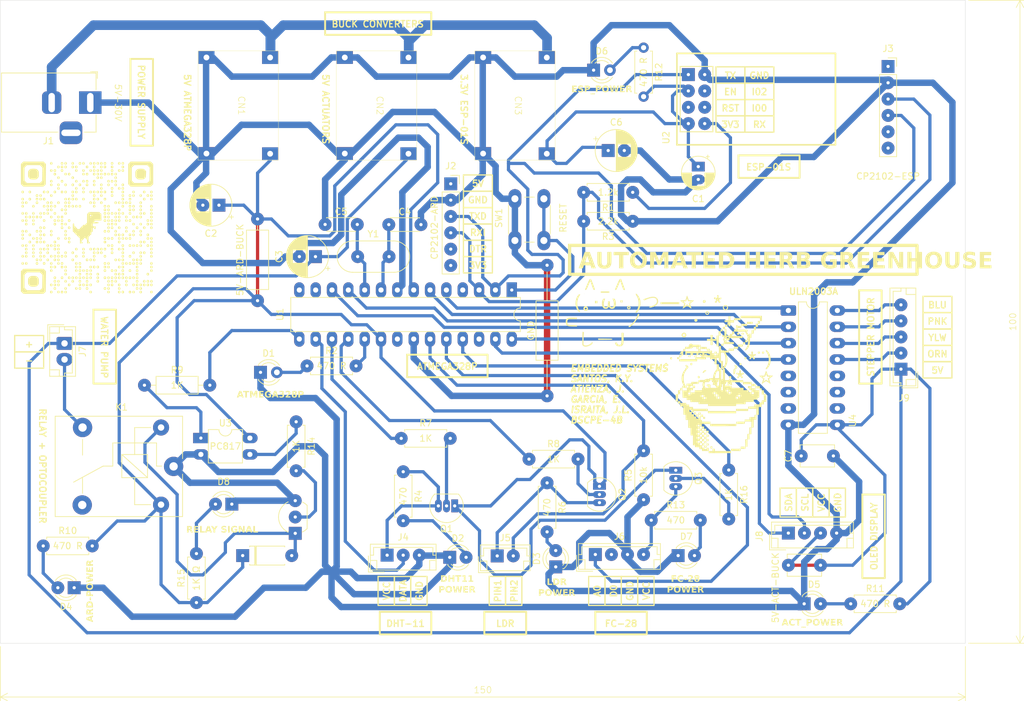
<source format=kicad_pcb>
(kicad_pcb (version 20241229) (generator "pcbnew") (generator_version "9.0")
  (layers (0 "F.Cu" signal) (2 "B.Cu" signal) (13 "F.Paste" user) (15 "B.Paste" user) (5 "F.SilkS" user "F.Silkscreen") (7 "B.SilkS" user "B.Silkscreen") (1 "F.Mask" user) (3 "B.Mask" user) (25 "Edge.Cuts" user))
  (net 0 "")
  (net 1 "5V-ACT-BUCK")
  (net 2 "GND")
  (net 3 "3V3-ESP01S-BUCK")
  (net 4 "Net-(D1-A)")
  (net 5 "Net-(D3-A)")
  (net 6 "Net-(CN1-VIN-)")
  (net 7 "5V-ARD-BUCK")
  (net 8 "Net-(Q1-B)")
  (net 9 "D13")
  (net 10 "D8")
  (net 11 "GPIO0")
  (net 12 "A5")
  (net 13 "D3")
  (net 14 "A1")
  (net 15 "D11")
  (net 16 "D5")
  (net 17 "D4")
  (net 18 "D10")
  (net 19 "A0")
  (net 20 "D2")
  (net 21 "D7")
  (net 22 "A4")
  (net 23 "D9")
  (net 24 "D6")
  (net 25 "A3")
  (net 26 "D12")
  (net 27 "A2")
  (net 28 "RX-ESP")
  (net 29 "GPIO2")
  (net 30 "Net-(D7-A)")
  (net 31 "ESP-RESET")
  (net 32 "RX-ARD")
  (net 33 "Net-(D8-A)")
  (net 34 "Net-(Q2-B)")
  (net 35 "Net-(Q3-B)")
  (net 36 "Net-(Q4-B)")
  (net 37 "RESET-ARD")
  (net 38 "Net-(U1-XTAL1{slash}PB6)")
  (net 39 "Net-(U1-XTAL2{slash}PB7)")
  (net 40 "Net-(D2-A)")
  (net 41 "Net-(U2-URXD)")
  (net 49 "Net-(J5-Pin_1)")
  (net 53 "Net-(D4-A)")
  (net 54 "Net-(D5-A)")
  (net 55 "Net-(D6-A)")
  (net 60 "Net-(J4-Pin_1)")
  (net 61 "Net-(J6-Pin_4)")
  (net 63 "Net-(J7-Pin_2)")
  (net 64 "Net-(J9-Pin_5)")
  (net 65 "Net-(J9-Pin_4)")
  (net 66 "Net-(J9-Pin_3)")
  (net 67 "Net-(J9-Pin_2)")
  (net 68 "Net-(R9-Pad1)")
  (net 69 "Net-(R14-Pad1)")
  (net 70 "Net-(D9-A)")
  (footprint "LED_THT:LED_D3.0mm" (layer "F.Cu") (at 162.65 60.27)
    (property "Reference" "D6")
    (property "Value" "ESP-01_POWER")
  )
  (footprint "Diode_THT:D_DO-41_SOD81_P7.62mm_Horizontal" (layer "F.Cu") (at 108.11 135.77)
    (property "Reference" "D9" (hide yes))
    (property "Value" "FLYBACK")
  )
  (footprint "Resistor_THT:R_Axial_DIN0309_L9.0mm_D3.2mm_P12.70mm_Horizontal" (layer "F.Cu") (at 110.42 96.12 90)
    (property "Reference" "5V-ARD-BUCK")
    (property "Value" "R")
  )
  (footprint "MountingHole:MountingHole_2.2mm_M2" (layer "F.Cu") (at 215.42 143.77)
    (property "Reference" "REF**" (hide yes))
    (property "Value" "M2")
  )
  (footprint "Graphics:SPARKLE" (layer "F.Cu") (at 174.42 101.77)
    (property "Reference" "G***" (hide yes))
    (property "Value" "LOGO" (hide yes))
  )
  (footprint "Mini_Buck_DCDC:Mini_Buck_DCDC" (layer "F.Cu") (at 128.92 65.77 -90)
    (property "Reference" "CN2")
    (property "Value" "5V-ACT")
  )
  (footprint "Capacitor_THT:C_Disc_D5.1mm_W3.2mm_P5.00mm" (layer "F.Cu") (at 197.92 137.27 180)
    (property "Reference" "5V-ACT-BUCK")
    (property "Value" "" (hide yes))
  )
  (footprint "Package_TO_SOT_THT:TO-92_Inline" (layer "F.Cu") (at 141.06 128.04 180)
    (property "Reference" "Q1")
    (property "Value" "S8550")
  )
  (footprint "Capacitor_THT:CP_Radial_D5.0mm_P2.00mm" (layer "F.Cu") (at 178.92 75.27 -90)
    (property "Reference" "C1")
    (property "Value" "100uF")
  )
  (footprint "Capacitor_THT:CP_Radial_D6.3mm_P2.50mm" (layer "F.Cu") (at 119.42 89.27 180)
    (property "Reference" "C3")
    (property "Value" "470uF 16V")
  )
  (footprint "Capacitor_THT:C_Disc_D5.1mm_W3.2mm_P5.00mm" (layer "F.Cu") (at 194.92 120.27)
    (property "Reference" "C7")
    (property "Value" "100nF")
  )
  (footprint "Resistor_THT:R_Axial_DIN0207_L6.3mm_D2.5mm_P7.62mm_Horizontal" (layer "F.Cu") (at 170.42 56.77 -90)
    (property "Reference" "R12")
    (property "Value" "470 R")
  )
  (footprint "Package_TO_SOT_THT:TO-92_Inline" (layer "F.Cu") (at 175.42 122.5 -90)
    (property "Reference" "Q3")
    (property "Value" "S8550")
  )
  (footprint "Mini_Buck_DCDC:Mini_Buck_DCDC" (layer "F.Cu") (at 150.42 65.77 -90)
    (property "Reference" "CN3")
    (property "Value" "3.3V")
  )
  (footprint "MountingHole:MountingHole_2.2mm_M2" (layer "F.Cu") (at 75.42 54.27)
    (property "Reference" "REF**" (hide yes))
    (property "Value" "M2")
  )
  (footprint "Connector_JST:JST_EH_B2B-EH-A_1x02_P2.50mm_Vertical" (layer "F.Cu") (at 147.67 135.82)
    (property "Reference" "J5")
    (property "Value" "LDR")
  )
  (footprint "ESP8266:ESP-01" (layer "F.Cu") (at 177.379 60.96)
    (property "Reference" "U2")
    (property "Value" "ESP-01v090" (hide yes))
  )
  (footprint "Resistor_THT:R_Axial_DIN0207_L6.3mm_D2.5mm_P7.62mm_Horizontal" (layer "F.Cu") (at 155.42 124.46 -90)
    (property "Reference" "R6")
    (property "Value" "470")
  )
  (footprint "Package_DIP:DIP-28_W7.62mm" (layer "F.Cu") (at 149.93 94.465 -90)
    (property "Reference" "U1")
    (property "Value" "ATmega328-P")
  )
  (footprint "Resistor_THT:R_Axial_DIN0207_L6.3mm_D2.5mm_P10.16mm_Horizontal" (layer "F.Cu") (at 92.84 109.27)
    (property "Reference" "R9")
    (property "Value" "1K")
  )
  (footprint "Resistor_THT:R_Axial_DIN0207_L6.3mm_D2.5mm_P7.62mm_Horizontal" (layer "F.Cu") (at 133.06 122.73 -90)
    (property "Reference" "R4")
    (property "Value" "470")
  )
  (footprint "LED_THT:LED_D3.0mm" (layer "F.Cu") (at 156.764523 137.525047 90)
    (property "Reference" "D3")
    (property "Value" "LDR POWER")
  )
  (footprint "Capacitor_THT:CP_Radial_D6.3mm_P2.50mm" (layer "F.Cu") (at 164.92 72.77)
    (property "Reference" "C6")
    (property "Value" "470uF 16V")
  )
  (footprint "Graphics:QR" (layer "F.Cu") (at 83.92 84.77)
    (property "Reference" "G***" (hide yes))
    (property "Value" "LOGO" (hide yes))
  )
  (footprint "Crystal:Crystal_HC49-4H_Vertical" (layer "F.Cu") (at 125.98 89.27)
    (property "Reference" "Y1")
    (property "Value" "16 MHz")
  )
  (footprint "LED_THT:LED_D3.0mm" (layer "F.Cu") (at 195.38 143.27)
    (property "Reference" "D5")
    (property "Value" "ACT_POWER")
  )
  (footprint "Resistor_THT:R_Axial_DIN0207_L6.3mm_D2.5mm_P7.62mm_Horizontal" (layer "F.Cu") (at 132.75 117.54)
    (property "Reference" "R7")
    (property "Value" "1K")
  )
  (footprint "Capacitor_THT:C_Disc_D4.3mm_W1.9mm_P5.00mm" (layer "F.Cu") (at 125.92 84.27 180)
    (property "Reference" "C5")
    (property "Value" "22pF")
  )
  (footprint "Resistor_THT:R_Axial_DIN0207_L6.3mm_D2.5mm_P7.62mm_Horizontal" (layer "F.Cu") (at 116.42 114.96 -90)
    (property "Reference" "R14")
    (property "Value" "1K")
  )
  (footprint "Resistor_THT:R_Axial_DIN0207_L6.3mm_D2.5mm_P7.62mm_Horizontal" (layer "F.Cu") (at 118.11 106.27)
    (property "Reference" "R2")
    (property "Value" "470 R")
  )
  (footprint "LED_THT:LED_D3.0mm" (layer "F.Cu") (at 140.29 136.04)
    (property "Reference" "D2")
    (property "Value" "DHT11 POWER")
  )
  (footprint "Button_Switch_THT:SW_PUSH_6mm" (layer "F.Cu") (at 154.92 80.27 -90)
    (property "Reference" "SW1")
    (property "Value" "RESET")
  )
  (footprint "Connector_JST:JST_EH_B4B-EH-A_1x04_P2.50mm_Vertical" (layer "F.Cu") (at 192.92 132.27)
    (property "Reference" "J8")
    (property "Value" "OLED DISPLAY")
  )
  (footprint "Resistor_THT:R_Axial_DIN0207_L6.3mm_D2.5mm_P7.62mm_Horizontal" (layer "F.Cu") (at 202.61 143.27)
    (property "Reference" "R11")
    (property "Value" "470 R")
  )
  (footprint "Connector_JST:JST_EH_B5B-EH-A_1x05_P2.50mm_Vertical" (layer "F.Cu") (at 210.42 106.77 90)
    (property "Reference" "J9")
    (property "Value" "STEPPER MOTOR" (hide yes))
  )
  (footprint "Relay_THT:Relay_SPDT_SANYOU_SRD_Series_Form_C" (layer "F.Cu") (at 97.37 121.898572 180)
    (property "Reference" "K1")
    (property "Value" "SANYOU_SRD_Form_C")
  )
  (footprint "MountingHole:MountingHole_2.2mm_M2" (layer "F.Cu") (at 75.42 143.77)
    (property "Reference" "REF**" (hide yes))
    (property "Value" "M2")
  )
  (footprint "Package_TO_SOT_THT:TO-92_Inline" (layer "F.Cu") (at 163.56 125 -90)
    (property "Reference" "Q2")
    (property "Value" "S8550")
  )
  (footprint "Connector_JST:JST_EH_B3B-EH-A_1x03_P2.50mm_Vertical" (layer "F.Cu") (at 130.56 135.71)
    (property "Reference" "J4")
    (property "Value" "DHT11")
  )
  (footprint "LED_THT:LED_D3.0mm" (layer "F.Cu") (at 110.88 107.27)
    (property "Reference" "D1")
    (property "Value" "ATMega328p")
  )
  (footprint "LED_THT:LED_D3.0mm" (layer "F.Cu") (at 106.42 127.77 180)
    (property "Reference" "D8")
    (property "Value" "RELAY_SIGNAL" (hide yes))
  )
  (footprint "MountingHole:MountingHole_2.2mm_M2" (layer "F.Cu") (at 215.42 54.27)
    (property "Reference" "REF**" (hide yes))
    (property "Value" "M2")
  )
  (footprint "Connector_JST:JST_EH_B2B-EH-A_1x02_P2.50mm_Vertical" (layer "F.Cu") (at 80.42 102.77 -90)
    (property "Reference" "J7")
    (property "Value" "5V WATER PUMP")
  )
  (footprint "LED_THT:LED_D3.0mm" (layer "F.Cu") (at 81.92 140.77 180)
    (property "Reference" "D4")
    (property "Value" "ARD_POWER" (hide yes))
  )
  (footprint "Resistor_THT:R_Axial_DIN0207_L6.3mm_D2.5mm_P7.62mm_Horizontal" (layer "F.Cu") (at 77.11 134.27)
    (property "Reference" "R10")
    (property "Value" "470 R")
  )
  (footprint "Package_DIP:DIP-16_W7.62mm_LongPads" (layer "F.Cu") (at 192.92 97.65)
    (property "Reference" "U4")
    (property "Value" "ULN2003A")
  )
  (footprint "Capacitor_THT:C_Disc_D4.3mm_W1.9mm_P5.00mm" (layer "F.Cu") (at 135.816866 84.290865 180)
    (property "Reference" "C4")
    (property "Value" "22pF")
  )
  (footprint "Resistor_THT:R_Axial_DIN0207_L6.3mm_D2.5mm_P7.62mm_Horizontal" (layer "F.Cu") (at 183.654249 122.46 -90)
    (property "Reference" "R16")
    (property "Value" "1K")
  )
  (footprint "Resistor_THT:R_Axial_DIN0207_L6.3mm_D2.5mm_P7.62mm_Horizontal" (layer "F.Cu") (at 168.73 79.27 180)
    (property "Reference" "R1")
    (property "Value" "1.2k")
  )
  (footprint "Capacitor_THT:CP_Radial_D6.3mm_P2.50mm" (layer "F.Cu") (at 104.42 81.27 180)
    (property "Reference" "C2")
    (property "Value" "470uF 16V")
  )
  (footprint "Resistor_THT:R_Axial_DIN0207_L6.3mm_D2.5mm_P7.62mm_Horizontal" (layer "F.Cu") (at 168.73 83.77 180)
    (property "Reference" "R3")
    (property "Value" "2.2k")
  )
  (footprint "Package_TO_SOT_THT:TO-92_Inline_Wide" (layer "F.Cu") (at 116.28 132.31 90)
    (property "Reference" "Q4" (hide yes))
    (property "Value" "NPN" (hide yes))
  )
  (footprint "Resistor_THT:R_Axial_DIN0207_L6.3mm_D2.5mm_P7.62mm_Horizontal" (layer "F.Cu") (at 100.92 143.08 90)
    (property "Reference" "R15")
    (property "Value" "1K Ω")
  )
  (footprint "Package_DIP:DIP-4_W7.62mm" (layer "F.Cu") (at 101.61 117.495)
    (property "Reference" "U3")
    (property "Value" "PC817")
  )
  (footprint "Connector_BarrelJack:BarrelJack_Horizontal" (layer "F.Cu") (at 84.42 65.3125)
    (property "Reference" "J1")
    (property "Value" "Barrel_Jack")
  )
  (footprint "Mini_Buck_DCDC:Mini_Buck_DCDC" (layer "F.Cu") (at 107.42 65.77 -90)
    (property "Reference" "CN1")
    (property "Value" "5V-ARD")
  )
  (footprint "Resistor_THT:R_Axial_DIN0207_L6.3mm_D2.5mm_P7.62mm_Horizontal" (layer "F.Cu") (at 170.42 127.08 90)
    (property "Reference" "R5")
    (property "Value" "10k")
  )
  (footprint "Connector_PinSocket_2.54mm:PinSocket_1x06_P2.54mm_Vertical" (layer "F.Cu") (at 140.445 77.945)
    (property "Reference" "J2")
    (property "Value" "CP2102-ARD")
  )
  (footprint "Connector_JST:JST_EH_B4B-EH-A_1x04_P2.50mm_Vertical" (layer "F.Cu") (at 162.92 135.6)
    (property "Reference" "J6")
    (property "Value" "FC-28")
  )
  (footprint "LED_THT:LED_D3.0mm" (layer "F.Cu") (at 175.79 135.77)
    (property "Reference" "D7")
    (property "Value" "FC-28 POWER")
  )
  (footprint "Resistor_THT:R_Axial_DIN0309_L9.0mm_D3.2mm_P20.32mm_Horizontal" (layer "F.Cu") (at 155.42 110.93 90)
    (property "Reference" "GND")
    (property "Value" "R")
  )
  (footprint "Resistor_THT:R_Axial_DIN0207_L6.3mm_D2.5mm_P7.62mm_Horizontal" (layer "F.Cu") (at 171.61 130.27)
    (property "Reference" "R13")
    (property "Value" "470")
  )
  (footprint "Graphics:plant2" (layer "F.Cu") (at 181.92 109.27)
    (property "Reference" "G***")
    (property "Value" "LOGO" (hide yes))
  )
  (footprint "Resistor_THT:R_Axial_DIN0207_L6.3mm_D2.5mm_P7.62mm_Horizontal" (layer "F.Cu") (at 152.61 120.77)
    (property "Reference" "R8")
    (property "Value" "1K")
  )
  (footprint "Connector_PinSocket_2.54mm:PinSocket_1x06_P2.54mm_Vertical" (layer "F.Cu") (at 208.42 59.69)
    (property "Reference" "J3")
    (property "Value" "CP2102-ESP")
  )
  (gr_rect (start 145.67 144.52) (end 152.17 148.02) (stroke (width 0.3)) (fill no) (layer "F.SilkS"))
  (gr_rect (start 213.844282 100.530378) (end 218.344282 103.070378) (stroke (width 0.2)) (fill no) (layer "F.SilkS"))
  (gr_rect (start 181.67 64.836) (end 186.17 67.376) (stroke (width 0.2)) (fill no) (layer "F.SilkS"))
  (gr_rect (start 213.844282 103.071449) (end 218.344282 105.611449) (stroke (width 0.2)) (fill no) (layer "F.SilkS"))
  (gr_rect (start 120.92 51.27) (end 137.42 54.77) (stroke (width 0.3)) (fill no) (layer "F.SilkS"))
  (gr_rect (start 142.42 89.27) (end 146.92 91.81) (stroke (width 0.2)) (fill no) (layer "F.SilkS"))
  (gr_rect (start 204.42 126.27) (end 207.92 139.27) (stroke (width 0.3)) (fill no) (layer "F.SilkS"))
  (gr_rect (start 133.67 104.52) (end 146.17 108.02) (stroke (width 0.3)) (fill no) (layer "F.SilkS"))
  (gr_rect (start 72.67 104.081071) (end 77.17 106.621071) (stroke (width 0.2)) (fill no) (layer "F.SilkS"))
  (gr_rect (start 161.88 139.02) (end 164.42 143.52) (stroke (width 0.2)) (fill no) (layer "F.SilkS"))
  (gr_rect (start 181.67 59.754929) (end 186.17 62.294929) (stroke (width 0.2)) (fill no) (layer "F.SilkS"))
  (gr_rect (start 142.421396 79.105964) (end 146.921396 81.645964) (stroke (width 0.2)) (fill no) (layer "F.SilkS"))
  (gr_rect (start 203.92 94.52) (end 207.42 109.02) (stroke (width 0.3)) (fill no) (layer "F.SilkS"))
  (gr_rect (start 186.170134 59.753615) (end 190.670134 62.293615) (stroke (width 0.2)) (fill no) (layer "F.SilkS"))
  (gr_rect (start 194.171802 125.271396) (end 196.711802 129.771396) (stroke (width 0.2)) (fill no) (layer "F.SilkS"))
  (gr_rect (start 158.92 87.52) (end 212.92 92.02) (stroke (width 0.5)) (fill no) (layer "F.SilkS"))
  (gr_rect (start 185.17 73.52) (end 194.67 77.02) (stroke (width 0.3)) (fill no) (layer "F.SilkS"))
  (gr_rect (start 142.42 81.647858) (end 146.92 84.187858) (stroke (width 0.2)) (fill no) (layer "F.SilkS"))
  (gr_rect (start 191.629908 125.27) (end 194.169908 129.77) (stroke (width 0.2)) (fill no) (layer "F.SilkS"))
  (gr_rect (start 196.712873 125.271396) (end 199.252873 129.771396) (stroke (width 0.2)) (fill no) (layer "F.SilkS"))
  (gr_rect (start 131.691071 139.02) (end 134.231071 143.52) (stroke (width 0.2)) (fill no) (layer "F.SilkS"))
  (gr_rect (start 186.170134 64.834686) (end 190.670134 67.374686) (stroke (width 0.2)) (fill no) (layer "F.SilkS"))
  (gr_rect (start 213.845678 95.447413) (end 218.345678 97.987413) (stroke (width 0.2)) (fill no) (layer "F.SilkS"))
  (gr_rect (start 129.15 139.02) (end 131.69 143.52) (stroke (width 0.2)) (fill no) (layer "F.SilkS"))
  (gr_rect (start 181.67 67.377071) (end 186.17 69.917071) (stroke (width 0.2)) (fill no) (layer "F.SilkS"))
  (gr_rect (start 186.170134 62.294686) (end 190.670134 64.834686) (stroke (width 0.2)) (fill no) (layer "F.SilkS"))
  (gr_rect (start 164.421894 139.02) (end 166.961894 143.52) (stroke (width 0.2)) (fill no) (layer "F.SilkS"))
  (gr_rect (start 84.92 97.52) (end 88.42 109.02) (stroke (width 0.3)) (fill no) (layer "F.SilkS"))
  (gr_rect (start 213.844282 105.611449) (end 218.344282 108.151449) (stroke (width 0.2)) (fill no) (layer "F.SilkS"))
  (gr_rect (start 146.42 139.02) (end 148.96 143.52) (stroke (width 0.2)) (fill no) (layer "F.SilkS"))
  (gr_rect (start 142.421396 76.564893) (end 146.921396 79.104893) (stroke (width 0.2)) (fill no) (layer "F.SilkS"))
  (gr_rect (start 134.231071 139.02) (end 136.771071 143.52) (stroke (width 0.2)) (fill no) (layer "F.SilkS"))
  (gr_rect (start 166.962965 139.02) (end 169.502965 143.52) (stroke (width 0.2)) (fill no) (layer "F.SilkS"))
  (gr_rect (start 162.92 144.52) (end 170.92 148.02) (stroke (width 0.3)) (fill no) (layer "F.SilkS"))
  (gr_rect (start 213.845678 97.988484) (end 218.345678 100.528484) (stroke (width 0.2)) (fill no) (layer "F.SilkS"))
  (gr_rect (start 199.252873 125.271396) (end 201.792873 129.771396) (stroke (width 0.2)) (fill no) (layer "F.SilkS"))
  (gr_rect (start 142.42 84.188929) (end 146.92 86.728929) (stroke (width 0.2)) (fill no) (layer "F.SilkS"))
  (gr_rect (start 186.170134 67.375757) (end 190.670134 69.915757) (stroke (width 0.2)) (fill no) (layer "F.SilkS"))
  (gr_rect (start 142.42 86.728929) (end 146.92 89.268929) (stroke (width 0.2)) (fill no) (layer "F.SilkS"))
  (gr_rect (start 90.67 58.52) (end 94.17 72.02) (stroke (width 0.3)) (fill no) (layer "F.SilkS"))
  (gr_rect (start 181.67 62.296) (end 186.17 64.836) (stroke (width 0.2)) (fill no) (layer "F.SilkS"))
  (gr_rect (start 129.42 144.52) (end 137.42 148.02) (stroke (width 0.3)) (fill no) (layer "F.SilkS"))
  (gr_rect (start 148.961894 139.02) (end 151.501894 143.52) (stroke (width 0.2)) (fill no) (layer "F.SilkS"))
  (gr_rect (start 72.67 101.541071) (end 77.17 104.081071) (stroke (width 0.2)) (fill no) (layer "F.SilkS"))
  (gr_rect (start 169.502965 139.02) (end 172.042965 143.52) (stroke (width 0.2)) (fill no) (layer "F.SilkS"))
  (gr_rect (start 70.439 49.406) (end 220.439 149.406) (stroke (width 0.05)) (fill no) (layer "Edge.Cuts"))
  (gr_text "GND" (at 136.165071 141.270001 90) (layer "F.SilkS") (effects (font (size 1 1) (thickness 0.2) (bold yes)) (justify bottom)))
  (gr_text "5V" (at 144.671396 78.498893 0) (layer "F.SilkS") (effects (font (size 1 1) (thickness 0.2) (bold yes)) (justify bottom)))
  (gr_text "VCC" (at 131.084 141.270001 90) (layer "F.SilkS") (effects (font (size 1 1) (thickness 0.2) (bold yes)) (justify bottom)))
  (gr_text "RELAY + OPTOCOUPLER" (at 76.42 112.77 270) (layer "F.SilkS") (effects (font (size 1 1) (thickness 0.2) (bold yes)) (justify left bottom)))
  (gr_text "5V ACTUATORS" (at 120.42 60.77 270) (layer "F.SilkS") (effects (font (size 1 1) (thickness 0.2) (bold yes)) (justify left bottom)))
  (gr_text "RELAY SIGNAL" (at 104.92 131.77 0) (layer "F.SilkS") (effects (font (size 1 1) (thickness 0.2) (bold yes) (italic yes))))
  (gr_text "-" (at 74.919999 106.015071 0) (layer "F.SilkS") (effects (font (size 1 1) (thickness 0.2) (bold yes)) (justify bottom)))
  (gr_text "ARD-POWER" (at 84.42 141.27 90) (layer "F.SilkS") (effects (font (size 1 1) (thickness 0.2) (bold yes) (italic yes))))
  (gr_text "PNK" (at 216.095678 99.922484 0) (layer "F.SilkS") (effects (font (size 1 1) (thickness 0.2) (bold yes)) (justify bottom)))
  (gr_text "RST" (at 183.92 66.77 0) (layer "F.SilkS") (effects (font (size 1 1) (thickness 0.2) (bold yes)) (justify bottom)))
  (gr_text "PIN2" (at 150.895894 141.270001 90) (layer "F.SilkS") (effects (font (size 1 1) (thickness 0.2) (bold yes)) (justify bottom)))
  (gr_text "ATMEGA328P" (at 112.42 110.77 0) (layer "F.SilkS") (effects (font (size 1 1) (thickness 0.2) (bold yes) (italic yes))))
  (gr_text "ESP-01S" (at 186.24381 75.934 0) (layer "F.SilkS") (effects (font (size 1 1) (thickness 0.2) (bold yes)) (justify left bottom)))
  (gr_text "A0" (at 163.814 141.27 90) (layer "F.SilkS") (effects (font (size 1 1) (thickness 0.2) (bold yes)) (justify bottom)))
  (gr_text "ESP_POWER" (at 163.92 63.27 0) (layer "F.SilkS") (effects (font (size 1 1) (thickness 0.2) (bold yes) (italic yes))))
  (gr_text "YLW" (at 216.094282 102.464378 0) (layer "F.SilkS") (effects (font (size 1 1) (thickness 0.2) (bold yes)) (justify bottom)))
  (gr_text "I02" (at 188.420134 64.228686 0) (layer "F.SilkS") (effects (font (size 1 1) (thickness 0.2) (bold yes)) (justify bottom)))
  (gr_text "LDR" (at 148.92 146.934 0) (layer "F.SilkS") (effects (font (size 1 1) (thickness 0.2) (bold yes)) (justify bottom)))
  (gr_text "AUTOMATED HERB GREENHOUSE" (at 160.305032 91.52 0) (layer "F.SilkS") (effects (font (size 2.5 2.5) (thickness 0.2) (bold yes)) (justify left bottom)))
  (gr_text "DHT-11" (at 133.42 146.934 0) (layer "F.SilkS") (effects (font (size 1 1) (thickness 0.2) (bold yes)) (justify bottom)))
  (gr_text "EN" (at 183.92 64.23 0) (layer "F.SilkS") (effects (font (size 1 1) (thickness 0.2) (bold yes)) (justify bottom)))
  (gr_text "D0" (at 166.355894 141.270001 90) (layer "F.SilkS") (effects (font (size 1 1) (thickness 0.2) (bold yes)) (justify bottom)))
  (gr_text "GND" (at 144.671396 81.039964 0) (layer "F.SilkS") (effects (font (size 1 1) (thickness 0.2) (bold yes)) (justify bottom)))
  (gr_text "SCL" (at 196.105802 127.521396 90) (layer "F.SilkS") (effects (font (size 1 1) (thickness 0.2) (bold yes)) (justify bottom)))
  (gr_text "RX" (at 188.420134 69.309757 0) (layer "F.SilkS") (effects (font (size 1 1) (thickness 0.2) (bold yes)) (justify bottom)))
  (gr_text "VCC" (at 171.436965 141.270001 90) (layer "F.SilkS") (effects (font (size 1 1) (thickness 0.2) (bold yes)) (justify bottom)))
  (gr_text "STEPPER MOTOR" (at 206.334 101.770001 90) (layer "F.SilkS") (effects (font (size 1 1) (thickness 0.2) (bold yes)) (justify bottom)))
  (gr_text "DTR" (at 144.67 88.662929 0) (layer "F.SilkS") (effects (font (size 1 1) (thickness 0.2) (bold yes)) (justify bottom)))
  (gr_text "5V ATMEGA328P" (at 98.92 60.77 270) (layer "F.SilkS") (effects (font (size 1 1) (thickness 0.2) (bold yes)) (justify left bottom)))
  (gr_text "DATA" (at 133.625071 141.270001 90) (layer "F.SilkS") (effects (font (size 1 1) (thickness 0.2) (bold yes)) (justify bottom)))
  (gr_text "POWER SUPPLY" (at 91.756 59.308095 270) (layer "F.SilkS") (effects (font (size 1 1) (thickness 0.2) (bold yes)) (justify left bottom)))
  (gr_text "3.3V ESP-01S" (at 141.92 60.77 270) (layer "F.SilkS") (effects (font (size 1 1) (thickness 0.2) (bold yes)) (justify left bottom)))
  (gr_text "LDR\nPOWER" (at 156.92 140.77 0) (layer "F.SilkS") (effects (font (size 1 1) (thickness 0.2) (bold yes) (italic yes))))
  (gr_text "VCC" (at 198.646873 127.521396 90) (layer "F.SilkS") (effects (font (size 1 1) (thickness 0.2) (bold yes)) (justify bottom)))
  (gr_text "BUCK CONVERTERS" (at 121.827143 53.684 0) (layer "F.SilkS") (effects (font (size 1 1) (thickness 0.2) (bold yes)) (justify left bottom)))
  (gr_text "TXD" (at 144.67 83.581858 0) (layer "F.SilkS") (effects (font (size 1 1) (thickness 0.2) (bold yes)) (justify bottom)))
  (gr_text "PIN1" (at 148.354 141.27 90) (layer "F.SilkS") (effects (font (size 1 1) (thickness 0.2) (bold yes)) (justify bottom)))
  (gr_text "ULN2003A" (at 192.92 95.27 0) (layer "F.SilkS") (effects (font (size 1 1) (thickness 0.2) (bold yes)) (justify left bottom)))
  (gr_text "RXI" (at 144.67 86.122929 0) (layer "F.SilkS") (effects (font (size 1 1) (thickness 0.2) (bold yes)) (justify bottom)))
  (gr_text "3V3" (at 144.67 91.204 0) (layer "F.SilkS") (effects (font (size 1 1) (thickness 0.2) (bold yes)) (justify bottom)))
  (gr_text "5V-30V" (at 88.17 62.277738 270) (layer "F.SilkS") (effects (font (size 1 1) (thickness 0.125) (italic yes)) (justify left bottom)))
  (gr_text "5V" (at 216.094282 107.545449 0) (layer "F.SilkS") (effects (font (size 1 1) (thickness 0.2) (bold yes)) (justify bottom)))
  (gr_text "ATMEGA328P" (at 139.92 106.934 0) (layer "F.SilkS") (effects (font (size 1 1) (thickness 0.2) (bold yes)) (justify bottom)))
  (gr_text "FC-28" (at 166.92 146.934 0) (layer "F.SilkS") (effects (font (size 1 1) (thickness 0.2) (bold yes)) (justify bottom)))
  (gr_text "BLU" (at 216.095678 97.381413 0) (layer "F.SilkS") (effects (font (size 1 1) (thickness 0.2) (bold yes)) (justify bottom)))
  (gr_text "3V3" (at 183.92 69.311071 0) (layer "F.SilkS") (effects (font (size 1 1) (thickness 0.2) (bold yes)) (justify bottom)))
  (gr_text "I00" (at 188.420134 66.768686 0) (layer "F.SilkS") (effects (font (size 1 1) (thickness 0.2) (bold yes)) (justify bottom)))
  (gr_text "+" (at 74.919999 103.475071 0) (layer "F.SilkS") (effects (font (size 1 1) (thickness 0.2) (bold yes)) (justify bottom)))
  (gr_text "FC-28\nPOWER" (at 176.92 140.27 0) (layer "F.SilkS") (effects (font (size 1 1) (thickness 0.2) (bold yes) (italic yes))))
  (gr_text "TX" (at 183.92 61.688929 0) (layer "F.SilkS") (effects (font (size 1 1) (thickness 0.2) (bold yes)) (justify bottom)))
  (gr_text "SDA" (at 193.563908 127.52 90) (layer "F.SilkS") (effects (font (size 1 1) (thickness 0.2) (bold yes)) (justify bottom)))
  (gr_text "EMBEDDED SYSTEMS\nSANTOS, K.Y.\nATIENZA, J.\nGARCIA, E.\nISRAITA, J.L.\nBSCPE-4B" (at 158.92 115.27 0) (layer "F.SilkS") (effects (font (size 1 1) (thickness 0.25) (bold yes) (italic yes)) (justify left bottom)))
  (gr_text "GND" (at 201.186873 127.521396 90) (layer "F.SilkS") (effects (font (size 1 1) (thickness 0.2) (bold yes)) (justify bottom)))
  (gr_text "OLED DISPLAY" (at 206.834 132.77 90) (layer "F.SilkS") (effects (font (size 1 1) (thickness 0.2) (bold yes)) (justify bottom)))
  (gr_text "WATER PUMP" (at 86.006 98.427143 270) (layer "F.SilkS") (effects (font (size 1 1) (thickness 0.2) (bold yes)) (justify left bottom)))
  (gr_text "ORN" (at 216.094282 105.005449 0) (layer "F.SilkS") (effects (font (size 1 1) (thickness 0.2) (bold yes)) (justify bottom)))
  (gr_text "GND" (at 168.896965 141.270001 90) (layer "F.SilkS") (effects (font (size 1 1) (thickness 0.2) (bold yes)) (justify bottom)))
  (gr_text "GND" (at 188.420134 61.687615 0) (layer "F.SilkS") (effects (font (size 1 1) (thickness 0.2) (bold yes)) (justify bottom)))
  (gr_text "DHT11\nPOWER" (at 141.42 140.27 0) (layer "F.SilkS") (effects (font (size 1 1) (thickness 0.2) (bold yes) (italic yes))))
  (dimension (type orthogonal) (layer "F.SilkS") (pts (xy 70.439 149.406) (xy 220.439 149.406)) (height 8.364) (orientation 0) (format (prefix "") (suffix "") (units 3) (units_format 0) (precision 4) (suppress_zeroes yes)) (style (thickness 0.1) (arrow_length 1.27) (text_position_mode 0) (arrow_direction outward) (extension_height 0.58642) (extension_offset 0.5) (keep_text_aligned yes)) (gr_text "150" (at 145.439 156.67 0) (layer "F.SilkS") (effects (font (size 1 1) (thickness 0.1)))))
  (dimension (type orthogonal) (layer "F.SilkS") (pts (xy 220.439 149.406) (xy 220.439 49.406)) (height 8.481) (orientation 1) (format (prefix "") (suffix "") (units 3) (units_format 0) (precision 4) (suppress_zeroes yes)) (style (thickness 0.1) (arrow_length 1.27) (text_position_mode 0) (arrow_direction outward) (extension_height 0.58642) (extension_offset 0.5) (keep_text_aligned yes)) (gr_text "100" (at 227.82 99.406 90) (layer "F.SilkS") (effects (font (size 1 1) (thickness 0.1)))))
  (segment (start 192.92 137.27) (end 197.92 137.27) (width 0.5) (layer "F.Cu") (net 1))
  (segment (start 200.54 115.43) (end 197.26 115.43) (width 0.5) (layer "B.Cu") (net 1))
  (segment (start 207.92 123.27) (end 200.54 115.89) (width 0.5) (layer "B.Cu") (net 1))
  (segment (start 124.371 87.819) (end 122.92 89.27) (width 0.5) (layer "B.Cu") (net 1))
  (segment (start 210.42 139.77) (end 210.42 106.77) (width 0.5) (layer "B.Cu") (net 1))
  (segment (start 194.92 117.77) (end 194.92 120.27) (width 0.5) (layer "B.Cu") (net 1))
  (segment (start 87.42 102.77) (end 97.92 92.27) (width 0.5) (layer "B.Cu") (net 1))
  (segment (start 133.514046 73.630962) (end 133.514046 74.27) (width 0.5) (layer "B.Cu") (net 1))
  (segment (start 197.92 137.27) (end 202.92 137.27) (width 0.5) (layer "B.Cu") (net 1))
  (segment (start 214.92 139.77) (end 214.92 109.77) (width 0.5) (layer "B.Cu") (net 1))
  (segment (start 74.92 105.77) (end 74.92 138.77) (width 0.5) (layer "B.Cu") (net 1))
  (segment (start 207.42 106.77) (end 210.42 106.77) (width 0.5) (layer "B.Cu") (net 1))
  (segment (start 211.42 143.27) (end 214.92 139.77) (width 0.5) (layer "B.Cu") (net 1))
  (segment (start 202.92 137.27) (end 207.92 132.27) (width 0.5) (layer "B.Cu") (net 1))
  (segment (start 205.92 113.77) (end 205.92 108.27) (width 0.5) (layer "B.Cu") (net 1))
  (segment (start 200.54 115.89) (end 200.54 115.43) (width 0.5) (layer "B.Cu") (net 1))
  (segment (start 197.92 132.27) (end 192.92 137.27) (width 0.5) (layer "B.Cu") (net 1))
  (segment (start 74.92 138.77) (end 83.92 147.77) (width 0.5) (layer "B.Cu") (net 1))
  (segment (start 197.26 115.43) (end 194.92 117.77) (width 0.5) (layer "B.Cu") (net 1))
  (segment (start 77.92 102.77) (end 74.92 105.77) (width 0.5) (layer "B.Cu") (net 1))
  (segment (start 80.42 102.77) (end 77.92 102.77) (width 0.5) (layer "B.Cu") (net 1))
  (segment (start 133.875008 73.27) (end 133.514046 73.630962) (width 0.5) (layer "B.Cu") (net 1))
  (segment (start 214.92 109.77) (end 211.92 106.77) (width 0.5) (layer "B.Cu") (net 1))
  (segment (start 207.92 132.27) (end 207.92 123.27) (width 0.5) (layer "B.Cu") (net 1))
  (segment (start 200.54 115.43) (end 204.26 115.43) (width 0.5) (layer "B.Cu") (net 1))
  (segment (start 122.92 89.27) (end 119.237621 89.27) (width 0.5) (layer "B.Cu") (net 1))
  (segment (start 210.23 143.27) (end 211.42 143.27) (width 0.5) (layer "B.Cu") (net 1))
  (segment (start 80.42 102.77) (end 87.42 102.77) (width 0.5) (layer "B.Cu") (net 1))
  (segment (start 124.371 83.413046) (end 124.371 87.819) (width 0.5) (layer "B.Cu") (net 1))
  (segment (start 200.54 115.43) (end 200.58 115.43) (width 0.5) (layer "B.Cu") (net 1))
  (segment (start 211.92 106.77) (end 210.42 106.77) (width 0.5) (layer "B.Cu") (net 1))
  (segment (start 116.42 92.27) (end 119.42 89.27) (width 0.5) (layer "B.Cu") (net 1))
  (segment (start 205.92 108.27) (end 207.42 106.77) (width 0.5) (layer "B.Cu") (net 1))
  (segment (start 83.92 147.77) (end 202.42 147.77) (width 0.5) (layer "B.Cu") (net 1))
  (segment (start 133.514046 74.27) (end 124.371 83.413046) (width 0.5) (layer "B.Cu") (net 1))
  (segment (start 202.42 147.77) (end 210.42 139.77) (width 0.5) (layer "B.Cu") (net 1))
  (segment (start 204.26 115.43) (end 205.92 113.77) (width 0.5) (layer "B.Cu") (net 1))
  (segment (start 97.92 92.27) (end 116.42 92.27) (width 0.5) (layer "B.Cu") (net 1))
  (segment (start 155.42 90.61) (end 155.42 110.93) (width 1) (layer "F.Cu") (net 2))
  (segment (start 101.61 120.035) (end 104.345 122.77) (width 1) (layer "B.Cu") (net 2))
  (segment (start 193.42 141.27) (end 195.38 143.23) (width 1) (layer "B.Cu") (net 2))
  (segment (start 123.977488 73.239469) (end 122.889469 73.239469) (width 1) (layer "B.Cu") (net 2))
  (segment (start 147.42 75.181981) (end 147.42 79.27) (width 1) (layer "B.Cu") (net 2))
  (segment (start 167.92 136.27) (end 169.92 138.27) (width 1) (layer "B.Cu") (net 2))
  (segment (start 99.91228 124.440852) (end 97.37 121.898572) (width 1) (layer "B.Cu") (net 2))
  (segment (start 200.42 129.27) (end 200.42 132.27) (width 1) (layer "B.Cu") (net 2))
  (segment (start 170.42 127.08) (end 170.42 127.27) (width 1) (layer "B.Cu") (net 2))
  (segment (start 116.28 127.23) (end 106.96 127.23) (width 1) (layer "B.Cu") (net 2))
  (segment (start 132.92 79.27) (end 136.858661 75.331339) (width 1) (layer "B.Cu") (net 2))
  (segment (start 181.92 83.77) (end 191.92 73.77) (width 1) (layer "B.Cu") (net 2))
  (segment (start 86.42 140.77) (end 81.92 140.77) (width 1) (layer "B.Cu") (net 2))
  (segment (start 218.42 77.77) (end 202.92 93.27) (width 1) (layer "B.Cu") (net 2))
  (segment (start 155.65 140) (end 156.92 141.27) (width 1) (layer "B.Cu") (net 2))
  (segment (start 135.56 137.215) (end 135.56 135.77) (width 1) (layer "B.Cu") (net 2))
  (segment (start 124.950531 73.239469) (end 123.977488 73.239469) (width 1) (layer "B.Cu") (net 2))
  (segment (start 100.92 79.77) (end 101.92 80.77) (width 1) (layer "B.Cu") (net 2))
  (segment (start 145.477488 73.239469) (end 145.477488 74.212512) (width 1) (layer "B.Cu") (net 2))
  (segment (start 155.42 90.62) (end 155.07 90.27) (width 0.5) (layer "B.Cu") (net 2))
  (segment (start 195.38 143.23) (end 195.38 143.27) (width 1) (layer "B.Cu") (net 2))
  (segment (start 152.26 90.61) (end 150.42 88.77) (width 1) (layer "B.Cu") (net 2))
  (segment (start 145.42 58.351688) (end 145.42 74.27) (width 1) (layer "B.Cu") (net 2))
  (segment (start 155.42 90.57) (end 155.42 90.62) (width 0.5) (layer "B.Cu") (net 2))
  (segment (start 167.92 129.77) (end 167.92 135.6) (width 1) (layer "B.Cu") (net 2))
  (segment (start 140.29 137.4) (end 135.92 141.77) (width 1) (layer "B.Cu") (net 2))
  (segment (start 110.88 107.27) (end 110.88 109.73) (width 1) (layer "B.Cu") (net 2))
  (segment (start 120.42 138.27) (end 122.92 138.27) (width 1) (layer "B.Cu") (net 2))
  (segment (start 122.716581 114.566581) (end 122.716581 137.473419) (width 1) (layer "B.Cu") (net 2))
  (segment (start 118.92 61.27) (end 121.8958 58.2942) (width 1) (layer "B.Cu") (net 2))
  (segment (start 145.42 76.492498) (end 141.427498 80.485) (width 1) (layer "B.Cu") (net 2))
  (segment (start 121.8958 58.2942) (end 125.9442 58.2942) (width 1) (layer "B.Cu") (net 2))
  (segment (start 156.764523 137.525047) (end 155.65 138.63957) (width 1) (layer "B.Cu") (net 2))
  (segment (start 178.92 77.27) (end 176.92 79.27) (width 1) (layer "B.Cu") (net 2))
  (segment (start 198.92 93.27) (end 196.92 95.27) (width 1) (layer "B.Cu") (net 2))
  (segment (start 169.92 138.27) (end 172.56 138.27) (width 1) (layer "B.Cu") (net 2))
  (segment (start 132.15 94.465) (end 132.92 93.695) (width 1) (layer "B.Cu") (net 2))
  (segment (start 203.92 124.27) (end 203.92 130.27) (width 1) (layer "B.Cu") (net 2))
  (segment (start 196.92 113.77) (end 195.26 115.43) (width 1) (layer "B.Cu") (net 2))
  (segment (start 141.427498 80.485) (end 140.445 80.485) (width 1) (layer "B.Cu") (net 2))
  (segment (start 125.9442 58.2942) (end 128.92 61.27) (width 1) (layer "B.Cu") (net 2))
  (segment (start 132.294788 70.77) (end 123.42 79.644788) (width 1) (layer "B.Cu") (net 2))
  (segment (start 120.42 138.27) (end 121.92 138.27) (width 1) (layer "B.Cu") (net 2))
  (segment (start 96.92 78.796957) (end 102.477488 73.239469) (width 1) (layer "B.Cu") (net 2))
  (segment (start 111.42 140.77) (end 106.92 145.27) (width 1) (layer "B.Cu") (net 2))
  (segment (start 118.42 68.77) (end 107.92 68.77) (width 1) (layer "B.Cu") (net 2))
  (segment (start 160.42 133.77) (end 160.42 136.52) (width 1) (layer "B.Cu") (net 2))
  (segment (start 167.92 135.6) (end 167.92 135.1) (width 1) (layer "B.Cu") (net 2))
  (segment (start 202.92 93.27) (end 198.92 93.27) (width 1) (layer "B.Cu") (net 2))
  (segment (start 201.92 132.27) (end 200.42 132.27) (width 1) (layer "B.Cu") (net 2))
  (segment (start 157.92 60.27) (end 156.92 61.27) (width 1) (layer "B.Cu") (net 2))
  (segment (start 162.65 56.04) (end 162.65 60.27) (width 1) (layer "B.Cu") (net 2))
  (segment (start 93.4625 65.3125) (end 84.42 65.3125) (width 1) (layer "B.Cu") (net 2))
  (segment (start 195.38 143.27) (end 194.88 143.77) (width 1) (layer "B.Cu") (net 2))
  (segment (start 122.92 138.27) (end 124.92 138.27) (width 1) (layer "B.Cu") (net 2))
  (segment (start 131.42 66.77) (end 124.950531 73.239469) (width 1) (layer "B.Cu") (net 2))
  (segment (start 121.92 138.27) (end 121.42 138.27) (width 1) (layer "B.Cu") (net 2))
  (segment (start 145.42 74.27) (end 137.92 66.77) (width 1) (layer "B.Cu") (net 2))
  (segment (start 135.42 70.77) (end 132.294788 70.77) (width 1) (layer "B.Cu") (net 2))
  (segment (start 156.779476 137.54) (end 156.764523 137.525047) (width 1) (layer "B.Cu") (net 2))
  (segment (start 179.919 58.769) (end 174.42 53.27) (width 1) (layer "B.Cu") (net 2))
  (segment (start 161.92 132.27) (end 160.42 133.77) (width 1) (layer "B.Cu") (net 2))
  (segment (start 175.06 135.77) (end 175.79 135.77) (width 1) (layer "B.Cu") (net 2))
  (segment (start 143.3958 58.2942) (end 145.477488 58.2942) (width 1) (layer "B.Cu") (net 2))
  (segment (start 112.818065 122.77) (end 116.818065 118.77) (width 1) (layer "B.Cu") (net 2))
  (segment (start 148.42 80.27) (end 150.42 80.27) (width 1) (layer "B.Cu") (net 2))
  (segment (start 218.42 65.27) (end 218.42 77.77) (width 1) (layer "B.Cu") (net 2))
  (segment (start 196.92 95.27) (end 196.92 113.77) (width 1) (layer "B.Cu") (net 2))
  (segment (start 120.92 84.27) (end 120.92 77.27) (width 1) (layer "B.Cu") (net 2))
  (segment (start 102.477488 73.239469) (end 102.42 73.181981) (width 1) (layer "B.Cu") (net 2))
  (segment (start 104.345 122.77) (end 112.818065 122.77) (width 1) (layer "B.Cu") (net 2))
  (segment (start 90.92 145.27) (end 86.42 140.77) (width 1) (layer "B.Cu") (net 2))
  (segment (start 122.716581 137.473419) (end 121.92 138.27) (width 1) (layer "B.Cu") (net 2))
  (segment (start 145.477488 58.2942) (end 145.42 58.351688) (width 1) (layer "B.Cu") (net 2))
  (segment (start 133.505 139.27) (end 135.56 137.215) (width 1) (layer "B.Cu") (net 2))
  (segment (start 194.88 143.77) (end 123.42 143.77) (width 1) (layer "B.Cu") (net 2))
  (segment (start 106.92 145.27) (end 90.92 145.27) (width 1) (layer "B.Cu") (net 2))
  (segment (start 155.42 110.93) (end 140.58 110.93) (width 1) (layer "B.Cu") (net 2))
  (segment (start 167.92 135.1) (end 165.09 132.27) (width 1) (layer "B.Cu") (net 2))
  (segment (start 116.92 89.27) (end 114.737621 89.27) (width 1) (layer "B.Cu") (net 2))
  (segment (start 166.92 82.77) (end 167.92 83.77) (width 1) (layer "B.Cu") (net 2))
  (segment (start 125.42 141.77) (end 121.92 138.27) (width 1) (layer "B.Cu") (net 2))
  (segment (start 101.92 80.77) (end 101.92 81.27) (width 1) (layer "B.Cu") (net 2))
  (segment (start 192.92 115.43) (end 193.31 115.43) (width 1) (layer "B.Cu") (net 2))
  (segment (start 135.56 135.77) (end 140.02 135.77) (width 1) (layer "B.Cu") (net 2))
  (segment (start 101.389469 73.239469) (end 93.4625 65.3125) (width 1) (layer "B.Cu") (net 2))
  (segment (start 195.38 136.767073) (end 195.38 143.27) (width 1) (layer "B.Cu") (net 2))
  (segment (start 101.92 90.27) (end 96.92 85.27) (width 1) (layer "B.Cu") (net 2))
  (segment (start 119.42 118.77) (end 120.92 120.27) (width 1) (layer "B.Cu") (net 2))
  (segment (start 116.92 87.855787) (end 116.92 89.27) (width 1) (layer "B.Cu") (net 2))
  (segment (start 121.92 142.27) (end 121.92 138.27) (width 1) (layer "B.Cu") (net 2))
  (segment (start 100.92 77.77) (end 100.92 79.77) (width 1) (layer "B.Cu") (net 2))
  (segment (start 123.42 143.77) (end 121.92 142.27) (width 1) (layer "B.Cu") (net 2))
  (segment (start 102.42 73.181981) (end 102.42 58.351688) (width 1) (layer "B.Cu") (net 2))
  (segment (start 113.737621 90.27) (end 101.92 90.27) (width 1) (layer "B.Cu") (net 2))
  (segment (start 102.42 73.296957) (end 102.42 76.27) (width 1) (layer "B.Cu") (net 2))
  (segment (start 199.92 120.27) (end 203.92 124.27) (width 1) (layer "B.Cu") (net 2))
  (segment (start 169.92 77.27) (end 167.92 77.27) (width 1) (layer "B.Cu") (net 2))
  (segment (start 159.4 137.54) (end 156.779476 137.54) (width 1) (layer "B.Cu") (net 2))
  (segment (start 192.92 115.43) (end 192.92 121.77) (width 1) (layer "B.Cu") (net 2))
  (segment (start 208.42 62.23) (end 215.38 62.23) (width 1) (layer "B.Cu") (net 2))
  (segment (start 120.92 77.27) (end 123.977488 74.212512) (width 1) (layer "B.Cu") (net 2))
  (segment (start 140.02 135.77) (end 140.29 136.04) (width 1) (layer "B.Cu") (net 2))
  (segment (start 114.737621 89.27) (end 113.737621 90.27) (width 1) (layer "B.Cu") (net 2))
  (segment (start 120.92 120.27) (end 120.92 137.27) (width 1) (layer "B.Cu") (net 2))
  (segment (start 135.92 141.77) (end 125.42 141.77) (width 1) (layer "B.Cu") (net 2))
  (segment (start 160.42 136.52) (end 159.4 137.54) (width 1) (layer "B.Cu") (net 2))
  (segment (start 174.42 53.27) (end 165.42 53.27) (width 1) (layer "B.Cu") (net 2))
  (segment (start 165.42 53.27) (end 162.65 56.04) (width 1) (layer "B.Cu") (net 2))
  (segment (start 103.4442 58.2942) (end 106.42 61.27) (width 1) (layer "B.Cu") (net 2))
  (segment (start 172.56 138.27) (end 175.06 135.77) (width 1) (layer "B.Cu") (net 2))
  (segment (start 147.42 79.27) (end 148.42 80.27) (width 1) (layer "B.Cu") (net 2))
  (segment (start 165.09 132.27) (end 161.92 132.27) (width 1) (layer "B.Cu") (net 2))
  (segment (start 140.445 80.485) (end 137.705 80.485) (width 1) (layer "B.Cu") (net 2))
  (segment (start 102.42 76.27) (end 100.92 77.77) (width 1) (layer "B.Cu") (net 2))
  (segment (start 215.38 62.23) (end 218.42 65.27) (width 1) (layer "B.Cu") (net 2))
  (segment (start 155.42 90.61) (end 152.26 90.61) (width 1) (layer "B.Cu") (net 2))
  (segment (start 123.42 79.644788) (end 123.42 85.861524) (width 1) (layer "B.Cu") (net 2))
  (segment (start 112.42 111.27) (end 119.42 111.27) (width 1) (layer "B.Cu") (net 2))
  (segment (start 170.42 127.27) (end 167.92 129.77) (width 1) (layer "B.Cu") (net 2))
  (segment (start 99.233572 120.035) (end 97.37 121.898572) (width 1) (layer "B.Cu") (net 2))
  (segment (start 124.92 138.27) (end 125.92 139.27) (width 1) (layer "B.Cu") (net 2))
  (segment (start 150.42 88.77) (end 150.42 86.77) (width 1) (layer "B.Cu") (net 2))
  (segment (start 106.96 127.23) (end 106.42 127.77) (width 1) (layer "B.Cu") (net 2))
  (segment (start 116.28 127.23) (end 113.490852 124.440852) (width 1) (layer "B.Cu") (net 2))
  (segment (start 145.42 74.27) (end 145.42 76.492498) (width 1) (layer "B.Cu") (net 2))
  (segment (start 110.88 109.73) (end 112.42 111.27) (width 1) (layer "B.Cu") (net 2))
  (segment (start 128.92 61.27) (end 140.42 61.27) (width 1) (layer "B.Cu") (net 2))
  (segment (start 102.477488 73.239469) (end 102.42 73.296957) (width 1) (layer "B.Cu") (net 2))
  (segment (start 198.92 134.77) (end 197.377073 134.77) (width 1) (layer "B.Cu") (net 2))
  (segment (start 191.92 73.77) (end 196.88 73.77) (width 1) (layer "B.Cu") (net 2))
  (segment (start 167.92 135.6) (end 167.92 136.27) (width 1) (layer "B.Cu") (net 2))
  (segment (start 140.58 110.93) (end 134.69 105.04) (width 1) (layer "B.Cu") (net 2))
  (segment (start 162.65 60.27) (end 157.92 60.27) (width 1) (layer "B.Cu") (net 2))
  (segment (start 102.42 58.351688) (end 102.477488 58.2942) (width 1) (layer "B.Cu") (net 2))
  (segment (start 176.92 79.27) (end 171.92 79.27) (width 1) (layer "B.Cu") (net 2))
  (segment (start 120.42 138.27) (end 117.92 140.77) (width 1) (layer "B.Cu") (net 2))
  (segment (start 106.42 61.27) (end 118.92 61.27) (width 1) (layer "B.Cu") (net 2))
  (segment (start 107.92 68.77) (end 103.450531 73.239469) (width 1) (layer "B.Cu") (net 2))
  (segment (start 134.69 105.04) (end 134.69 102.085) (width 1) (layer "B.Cu") (net 2))
  (segment (start 166.92 78.27) (end 166.92 82.77) (width 1) (layer "B.Cu") (net 2))
  (segment (start 192.92 121.77) (end 200.42 129.27) (width 1) (layer "B.Cu") (net 2))
  (segment (start 208.42 62.23) (end 207.96 61.77) (width 1) (layer "B.Cu") (net 2))
  (segment (start 167.92 83.77) (end 168.73 83.77) (width 1) (layer "B.Cu") (net 2))
  (segment (start 207.96 61.77) (end 180.729 61.77) (width 1) (layer "B.Cu") (net 2))
  (segment (start 171.92 79.27) (end 169.92 77.27) (width 1) (layer "B.Cu") (net 2))
  (segment (start 101.61 120.035) (end 99.233572 120.035) (width 1) (layer "B.Cu") (net 2))
  (segment (start 103.450531 73.239469) (end 102.477488 73.239469) (width 1) (layer "B.Cu") (net 2))
  (segment (start 155.65 138.63957) (end 155.65 140) (width 1) (layer "B.Cu") (net 2))
  (segment (start 179.919 60.96) (end 179.919 58.769) (width 1) (layer "B.Cu") (net 2))
  (segment (start 117.614474 87.161313) (end 116.92 87.855787) (width 1) (layer "B.Cu") (net 2))
  (segment (start 156.92 141.27) (end 193.42 141.27) (width 1) (layer "B.Cu") (net 2))
  (segment (start 196.88 73.77) (end 208.42 62.23) (width 1) (layer "B.Cu") (net 2))
  (segment (start 122.120211 87.161313) (end 117.614474 87.161313) (width 1) (layer "B.Cu") (net 2))
  (segment (start 178.92 77.27) (end 174.42 77.27) (width 1) (layer "B.Cu") (net 2))
  (segment (start 132.92 93.695) (end 132.92 79.27) (width 1) (layer "B.Cu") (net 2))
  (segment (start 192.92 115.54) (end 193.73 115.54) (width 1) (layer "B.Cu") (net 2))
  (segment (start 135.816866 82.373134) (end 135.816866 84.290865) (width 1) (layer "B.Cu") (net 2))
  (segment (start 123.42 85.861524) (end 122.120211 87.161313) (width 1) (layer "B.Cu") (net 2))
  (segment (start 137.705 80.485) (end 135.816866 82.373134) (width 1) (layer "B.Cu") (net 2))
  (segment (start 192.92 115.43) (end 192.92 115.54) (width 1) (layer "B.Cu") (net 2))
  (segment (start 140.42 61.27) (end 143.3958 58.2942) (width 1) (layer "B.Cu") (net 2))
  (segment (start 102.477488 58.2942) (end 103.4442 58.2942) (width 1) (layer "B.Cu") (net 2))
  (segment (start 168.73 83.77) (end 181.92 83.77) (width 1) (layer "B.Cu") (net 2))
  (segment (start 116.818065 118.77) (end 119.42 118.77) (width 1) (layer "B.Cu") (net 2))
  (segment (start 150.42 80.27) (end 150.42 86.77) (width 1) (layer "B.Cu") (net 2))
  (segment (start 195.26 115.43) (end 192.92 115.43) (width 1) (layer "B.Cu") (net 2))
  (segment (start 197.377073 134.77) (end 195.38 136.767073) (width 1) (layer "B.Cu") (net 2))
  (segment (start 167.92 77.27) (end 166.92 78.27) (width 1) (layer "B.Cu") (net 2))
  (segment (start 117.92 140.77) (end 111.42 140.77) (width 1) (layer "B.Cu") (net 2))
  (segment (start 96.92 85.27) (end 96.92 78.796957) (width 1) (layer "B.Cu") (net 2))
  (segment (start 180.729 61.77) (end 179.919 60.96) (width 1) (layer "B.Cu") (net 2))
  (segment (start 145.477488 73.239469) (end 147.42 75.181981) (width 1) (layer "B.Cu") (net 2))
  (segment (start 113.490852 124.440852) (end 99.91228 124.440852) (width 1) (layer "B.Cu") (net 2))
  (segment (start 136.858661 72.208661) (end 135.42 70.77) (width 1) (layer "B.Cu") (net 2))
  (segment (start 174.42 77.27) (end 169.92 72.77) (width 1) (layer "B.Cu") (net 2))
  (segment (start 136.858661 75.331339) (end 136.858661 72.208661) (width 1) (layer "B.Cu") (net 2))
  (segment (start 203.92 130.27) (end 201.92 132.27) (width 1) (layer "B.Cu") (net 2))
  (segment (start 119.42 111.27) (end 122.716581 114.566581) (width 1) (layer "B.Cu") (net 2))
  (segment (start 150.42 61.27) (end 147.4442 58.2942) (width 1) (layer "B.Cu") (net 2))
  (segment (start 140.29 136.04) (end 140.29 137.4) (width 1) (layer "B.Cu") (net 2))
  (segment (start 169.92 72.77) (end 167.42 72.77) (width 1) (layer "B.Cu") (net 2))
  (segment (start 120.92 137.27) (end 121.92 138.27) (width 1) (layer "B.Cu") (net 2))
  (segment (start 122.889469 73.239469) (end 118.42 68.77) (width 1) (layer "B.Cu") (net 2))
  (segment (start 123.977488 74.212512) (end 123.977488 73.239469) (width 1) (layer "B.Cu") (net 2))
  (segment (start 200.42 133.27) (end 198.92 134.77) (width 1) (layer "B.Cu") (net 2))
  (segment (start 125.92 139.27) (end 133.505 139.27) (width 1) (layer "B.Cu") (net 2))
  (segment (start 102.477488 73.239469) (end 101.389469 73.239469) (width 1) (layer "B.Cu") (net 2))
  (segment (start 200.42 132.27) (end 200.42 133.27) (width 1) (layer "B.Cu") (net 2))
  (segment (start 147.4442 58.2942) (end 145.477488 58.2942) (width 1) (layer "B.Cu") (net 2))
  (segment (start 137.92 66.77) (end 131.42 66.77) (width 1) (layer "B.Cu") (net 2))
  (segment (start 156.92 61.27) (end 150.42 61.27) (width 1) (layer "B.Cu") (net 2))
  (segment (start 172.04 62.77) (end 176.649 62.77) (width 0.5) (layer "B.Cu") (net 3))
  (segment (start 155.375008 73.27) (end 156.875008 74.77) (width 0.5) (layer "B.Cu") (net 3))
  (segment (start 177.42 68.621) (end 177.379 68.58) (width 0.5) (layer "B.Cu") (net 3))
  (segment (start 175.69 63.5) (end 174.92 64.27) (width 0.5) (layer "B.Cu") (net 3))
  (segment (start 158.42 74.77) (end 160.92 72.27) (width 0.5) (layer "B.Cu") (net 3))
  (segment (start 160.92 72.27) (end 164.42 72.27) (width 0.5) (layer "B.Cu") (net 3))
  (segment (start 176.8045 68.58) (end 177.379 68.58) (width 0.5) (layer "B.Cu") (net 3))
  (segment (start 155.42 73.225008) (end 155.375008 73.27) (width 0.5) (layer "B.Cu") (net 3))
  (segment (start 173.73 68.58) (end 171.92 66.77) (width 0.5) (layer "B.Cu") (net 3))
  (segment (start 164.42 72.27) (end 164.92 72.77) (width 0.5) (layer "B.Cu") (net 3))
  (segment (start 177.379 73.729) (end 178.92 75.27) (width 0.5) (layer "B.Cu") (net 3))
  (segment (start 177.379 63.5) (end 175.69 63.5) (width 0.5) (layer "B.Cu") (net 3))
  (segment (start 155.42 71.27) (end 155.42 73.225008) (width 0.5) (layer "B.Cu") (net 3))
  (segment (start 170.42 64.39) (end 172.04 62.77) (width 0.5) (layer "B.Cu") (net 3))
  (segment (start 177.379 68.58) (end 173.73 68.58) (width 0.5) (layer "B.Cu") (net 3))
  (segment (start 174.92 64.27) (end 174.92 66.6955) (width 0.5) (layer "B.Cu") (net 3))
  (segment (start 177.379 68.58) (end 177.379 73.729) (width 0.5) (layer "B.Cu") (net 3))
  (segment (start 159.92 66.77) (end 155.42 71.27) (width 0.5) (layer "B.Cu") (net 3))
  (segment (start 171.92 66.77) (end 159.92 66.77) (width 0.5) (layer "B.Cu") (net 3))
  (segment (start 176.649 62.77) (end 177.379 63.5) (width 0.5) (layer "B.Cu") (net 3))
  (segment (start 174.92 66.6955) (end 176.8045 68.58) (width 0.5) (layer "B.Cu") (net 3))
  (segment (start 156.875008 74.77) (end 158.42 74.77) (width 0.5) (layer "B.Cu") (net 3))
  (segment (start 117.11 107.27) (end 118.11 106.27) (width 0.5) (layer "B.Cu") (net 4))
  (segment (start 113.42 107.27) (end 117.11 107.27) (width 0.5) (layer "B.Cu") (net 4))
  (segment (start 155.42 133.640524) (end 156.764523 134.985047) (width 0.5) (layer "B.Cu") (net 5))
  (segment (start 155.42 132.08) (end 155.42 133.640524) (width 0.5) (layer "B.Cu") (net 5))
  (segment (start 112.42 55.27) (end 112.42 58.262223) (width 1.5) (layer "B.Cu") (net 6))
  (segment (start 112.42 58.262223) (end 112.42 54.77) (width 1.5) (layer "B.Cu") (net 6))
  (segment (start 78.42 59.77) (end 78.42 65.3125) (width 1.5) (layer "B.Cu") (net 6))
  (segment (start 114.42 53.27) (end 112.42 55.27) (width 1.5) (layer "B.Cu") (net 6))
  (segment (start 112.42 58.262223) (end 112.375008 58.307215) (width 1.5) (layer "B.Cu") (net 6))
  (segment (start 133.92 55.77) (end 133.92 58.262223) (width 1.5) (layer "B.Cu") (net 6))
  (segment (start 155.42 55.27) (end 153.42 53.27) (width 1.5) (layer "B.Cu") (net 6))
  (segment (start 153.42 53.27) (end 136.42 53.27) (width 1.5) (layer "B.Cu") (net 6))
  (segment (start 155.42 58.262223) (end 155.42 55.27) (width 1.5) (layer "B.Cu") (net 6))
  (segment (start 133.92 58.262223) (end 133.875008 58.307215) (width 1.5) (layer "B.Cu") (net 6))
  (segment (start 155.375008 58.307215) (end 155.42 58.262223) (width 1.5) (layer "B.Cu") (net 6))
  (segment (start 84.92 53.27) (end 78.42 59.77) (width 1.5) (layer "B.Cu") (net 6))
  (segment (start 133.92 58.262223) (end 133.92 55.27) (width 1.5) (layer "B.Cu") (net 6))
  (segment (start 110.92 53.27) (end 84.92 53.27) (width 1.5) (layer "B.Cu") (net 6))
  (segment (start 136.42 53.27) (end 133.92 55.77) (width 1.5) (layer "B.Cu") (net 6))
  (segment (start 131.92 53.27) (end 114.42 53.27) (width 1.5) (layer "B.Cu") (net 6))
  (segment (start 133.92 55.27) (end 131.92 53.27) (width 1.5) (layer "B.Cu") (net 6))
  (segment (start 112.42 54.77) (end 110.92 53.27) (width 1.5) (layer "B.Cu") (net 6))
  (segment (start 110.42 83.42) (end 110.42 96.12) (width 0.5) (layer "F.Cu") (net 7))
  (segment (start 95.42 127.848572) (end 88.92 121.348572) (width 0.5) (layer "B.Cu") (net 7))
  (segment (start 129.61 104.96) (end 137.92 113.27) (width 0.5) (layer "B.Cu") (net 7))
  (segment (start 152.748182 123.941818) (end 158.92 117.77) (width 0.5) (layer "B.Cu") (net 7))
  (segment (start 84.73 134.27) (end 88.606438 130.393562) (width 0.5) (layer "B.Cu") (net 7))
  (segment (start 88.92 121.348572) (end 88.92 105.77) (width 0.5) (layer "B.Cu") (net 7))
  (segment (start 151.42 138.77) (end 147.29 138.77) (width 0.5) (layer "B.Cu") (net 7))
  (segment (start 150.748182 123.941818) (end 152.748182 123.941818) (width 0.5) (layer "B.Cu") (net 7))
  (segment (start 92.87501 130.393562) (end 95.42 127.848572) (width 0.5) (layer "B.Cu") (net 7))
  (segment (start 121.643429 86.046571) (end 115.196571 86.046571) (width 0.5) (layer "B.Cu") (net 7))
  (segment (start 152.92 137.27) (end 151.42 138.77) (width 0.5) (layer "B.Cu") (net 7))
  (segment (start 152.92 131.68) (end 152.92 137.27) (width 0.5) (layer "B.Cu") (net 7))
  (segment (start 157.92 113.27) (end 164.42 119.77) (width 0.5) (layer "B.Cu") (net 7))
  (segment (start 95.42 127.848572) (end 95.42 140.27) (width 0.5) (layer "B.Cu") (net 7))
  (segment (start 98.23 143.08) (end 100.92 143.08) (width 0.5) (layer "B.Cu") (net 7))
  (segment (start 137.92 113.27) (end 157.92 113.27) (width 0.5) (layer "B.Cu") (net 7))
  (segment (start 110.42 96.12) (end 112.554818 98.254818) (width 0.5) (layer "B.Cu") (net 7))
  (segment (start 161.92 122.27) (end 162.83 123.18) (width 0.5) (layer "B.Cu") (net 7))
  (segment (start 175.42 122.5) (end 172.19 122.5) (width 0.5) (layer "B.Cu") (net 7))
  (segment (start 88.606438 130.393562) (end 92.87501 130.393562) (width 0.5) (layer "B.Cu") (net 7))
  (segment (start 131.92 68.77) (end 122.42 78.27) (width 0.5) (layer "B.Cu") (net 7))
  (segment (start 129.61 102.085) (end 129.61 104.96) (width 0.5) (layer "B.Cu") (net 7))
  (segment (start 146.65 128.04) (end 150.748182 123.941818) (width 0.5) (layer "B.Cu") (net 7))
  (segment (start 161.92 118.77) (end 161.92 122.27) (width 0.5) (layer "B.Cu") (net 7))
  (segment (start 100.57 96.12) (end 97.92 98.77) (width 0.5) (layer "B.Cu") (net 7))
  (segment (start 164.42 119.77) (end 164.42 124.14) (width 0.5) (layer "B.Cu") (net 7))
  (segment (start 127.391809 99.866809) (end 129.61 102.085) (width 0.5) (layer "B.Cu") (net 7))
  (segment (start 141.06 128.04) (end 146.65 128.04) (width 0.5) (layer "B.Cu") (net 7))
  (segment (start 108.27 81.27) (end 104.42 81.27) (width 0.5) (layer "B.Cu") (net 7))
  (segment (start 97.92 98.77) (end 97.92 108.77) (width 0.5) (layer "B.Cu") (net 7))
  (segment (start 144.92 131.9) (end 141.06 128.04) (width 0.5) (layer "B.Cu") (net 7))
  (segment (start 122.42 85.27) (end 121.643429 86.046571) (width 0.5) (layer "B.Cu") (net 7))
  (segment (start 134.226524 94.001524) (end 134.226524 81.963476) (width 0.5) (layer "B.Cu") (net 7))
  (segment (start 100.42 94.27) (end 108.57 94.27) (width 0.5) (layer "B.Cu") (net 7))
  (segment (start 115.196571 86.046571) (end 112.57 83.42) (width 0.5) (layer "B.Cu") (net 7))
  (segment (start 154.33 130.27) (end 152.92 131.68) (width 0.5) (layer "B.Cu") (net 7))
  (segment (start 162.83 124.27) (end 163.56 125) (width 0.5) (layer "B.Cu") (net 7))
  (segment (start 102.456 110.721) (end 109.23 117.495) (width 0.5) (layer "B.Cu") (net 7))
  (segment (start 138.42 70.27) (end 136.92 68.77) (width 0.5) (layer "B.Cu") (net 7))
  (segment (start 172.19 122.5) (end 164.42 130.27) (width 0.5) (layer "B.Cu") (net 7))
  (segment (start 164.42 130.27) (end 154.33 130.27) (width 0.5) (layer "B.Cu") (net 7))
  (segment (start 112.57 83.42) (end 110.42 83.42) (width 0.5) (layer "B.Cu") (net 7))
  (segment (start 144.92 136.4) (end 144.92 131.9) (width 0.5) (layer "B.Cu") (net 7))
  (segment (start 164.42 124.14) (end 163.56 125) (width 0.5) (layer "B.Cu") (net 7))
  (segment (start 123.404818 98.254818) (end 125.016809 99.866809) (width 0.5) (layer "B.Cu") (net 7))
  (segment (start 99.871 110.721) (end 102.456 110.721) (width 0.5) (layer "B.Cu") (net 7))
  (segment (start 134.226524 81.963476) (end 138.42 77.77) (width 0.5) (layer "B.Cu") (net 7))
  (segment (start 100.92 143.08) (end 102.61 143.08) (width 0.5) (layer "B.Cu") (net 7))
  (segment (start 147.29 138.77) (end 144.92 136.4) (width 0.5) (layer "B.Cu") (net 7))
  (segment (start 125.016809 99.866809) (end 127.391809 99.866809) (width 0.5) (layer "B.Cu") (net 7))
  (segment (start 122.42 78.27) (end 122.42 85.27) (width 0.5) (layer "B.Cu") (net 7))
  (segment (start 112.554818 98.254818) (end 123.404818 98.254818) (width 0.5) (layer "B.Cu") (net 7))
  (segment (start 108.11 137.58) (end 108.11 135.77) (width 0.5) (layer "B.Cu") (net 7))
  (segment (start 160.92 117.77) (end 161.92 118.77) (width 0.5) (layer "B.Cu") (net 7))
  (segment (start 95.42 140.27) (end 98.23 143.08) (width 0.5) (layer "B.Cu") (net 7))
  (segment (start 102.61 143.08) (end 108.11 137.58) (width 0.5) (layer "B.Cu") (net 7))
  (segment (start 134.69 94.465) (end 134.226524 94.001524) (width 0.5) (layer "B.Cu") (net 7))
  (segment (start 108.57 94.27) (end 110.42 96.12) (width 0.5) (layer "B.Cu") (net 7))
  (segment (start 110.42 76.27) (end 110.42 83.42) (width 0.5) (layer "B.Cu") (net 7))
  (segment (start 112.375008 73.27) (end 112.375008 74.314992) (width 0.5) (layer "B.Cu") (net 7))
  (segment (start 158.92 117.77) (end 160.92 117.77) (width 0.5) (layer "B.Cu") (net 7))
  (segment (start 162.83 123.18) (end 162.83 124.27) (width 0.5) (layer "B.Cu") (net 7))
  (segment (start 97.92 108.77) (end 99.871 110.721) (width 0.5) (layer "B.Cu") (net 7))
  (segment (start 112.375008 74.314992) (end 110.42 76.27) (width 0.5) (layer "B.Cu") (net 7))
  (segment (start 136.92 68.77) (end 131.92 68.77) (width 0.5) (layer "B.Cu") (net 7))
  (segment (start 110.42 96.12) (end 100.57 96.12) (width 0.5) (layer "B.Cu") (net 7))
  (segment (start 138.42 77.77) (end 138.42 70.27) (width 0.5) (layer "B.Cu") (net 7))
  (segment (start 108.27 81.27) (end 110.42 83.42) (width 0.5) (layer "B.Cu") (net 7))
  (segment (start 88.92 105.77) (end 100.42 94.27) (width 0.5) (layer "B.Cu") (net 7))
  (segment (start 139.79 118.12) (end 139.79 128.04) (width 0.5) (layer "B.Cu") (net 8))
  (segment (start 140.37 117.54) (end 139.79 118.12) (width 0.5) (layer "B.Cu") (net 8))
  (segment (start 127.07 102.085) (end 127.07 104.93) (width 0.5) (layer "B.Cu") (net 9))
  (segment (start 127.07 104.93) (end 125.73 106.27) (width 0.5) (layer "B.Cu") (net 9))
  (segment (start 190.42 129.77) (end 194.42 129.77) (width 0.5) (layer "B.Cu") (net 12))
  (segment (start 194.42 129.77) (end 195.42 130.77) (width 0.5) (layer "B.Cu") (net 12))
  (segment (start 181.235 102.085) (end 189.92 110.77) (width 0.5) (layer "B.Cu") (net 12))
  (segment (start 195.42 130.77) (end 195.42 132.27) (width 0.5) (layer "B.Cu") (net 12))
  (segment (start 189.92 129.27) (end 190.42 129.77) (width 0.5) (layer "B.Cu") (net 12))
  (segment (start 189.92 110.77) (end 189.92 129.27) (width 0.5) (layer "B.Cu") (net 12))
  (segment (start 149.93 102.085) (end 181.235 102.085) (width 0.5) (layer "B.Cu") (net 12))
  (segment (start 141.42 97.27) (end 139.77 95.62) (width 0.5) (layer "B.Cu") (net 13))
  (segment (start 192.54 97.27) (end 141.42 97.27) (width 0.5) (layer "B.Cu") (net 13))
  (segment (start 139.77 95.62) (end 139.77 94.465) (width 0.5) (layer "B.Cu") (net 13))
  (segment (start 192.92 97.65) (end 192.54 97.27) (width 0.5) (layer "B.Cu") (net 13))
  (segment (start 139.77 102.085) (end 139.77 105.12) (width 0.5) (layer "B.Cu") (net 14))
  (segment (start 162.92 137.27) (end 162.92 135.27) (width 0.5) (layer "B.Cu") (net 14))
  (segment (start 142.42 107.77) (end 166.06 107.77) (width 0.5) (layer "B.Cu") (net 14))
  (segment (start 186.56 128.27) (end 186.56 134.13) (width 0.5) (layer "B.Cu") (net 14))
  (segment (start 180.92 139.77) (end 165.42 139.77) (width 0.5) (layer "B.Cu") (net 14))
  (segment (start 139.77 105.12) (end 142.42 107.77) (width 0.5) (layer "B.Cu") (net 14))
  (segment (start 166.06 107.77) (end 186.56 128.27) (width 0.5) (layer "B.Cu") (net 14))
  (segment (start 186.56 134.13) (end 180.92 139.77) (width 0.5) (layer "B.Cu") (net 14))
  (segment (start 165.42 139.77) (end 162.92 137.27) (width 0.5) (layer "B.Cu") (net 14))
  (segment (start 121.99 102.085) (end 121.99 108.34) (width 0.5) (layer "B.Cu") (net 15))
  (segment (start 121.99 108.34) (end 131.19 117.54) (width 0.5) (layer "B.Cu") (net 15))
  (segment (start 131.19 117.54) (end 132.75 117.54) (width 0.5) (layer "B.Cu") (net 15))
  (segment (start 124.53 94.465) (end 127.335 97.27) (width 0.5) (layer "B.Cu") (net 16))
  (segment (start 139.92 99.27) (end 182.96 99.27) (width 0.5) (layer "B.Cu") (net 16))
  (segment (start 127.335 97.27) (end 137.92 97.27) (width 0.5) (layer "B.Cu") (net 16))
  (segment (start 182.96 99.27) (end 186.42 102.73) (width 0.5) (layer "B.Cu") (net 16))
  (segment (start 137.92 97.27) (end 139.92 99.27) (width 0.5) (layer "B.Cu") (net 16))
  (segment (start 186.42 102.73) (end 192.92 102.73) (width 0.5) (layer "B.Cu") (net 16))
  (segment (start 184.46 98.27) (end 140.667221 98.27) (width 0.5) (layer "B.Cu") (net 17))
  (segment (start 192.92 100.19) (end 186.38 100.19) (width 0.5) (layer "B.Cu") (net 17))
  (segment (start 140.667221 98.27) (end 137.23 94.832779) (width 0.5) (layer "B.Cu") (net 17))
  (segment (start 186.38 100.19) (end 184.46 98.27) (width 0.5) (layer "B.Cu") (net 17))
  (segment (start 137.23 94.832779) (end 137.23 94.465) (width 0.5) (layer "B.Cu") (net 17))
  (segment (start 120.42 109.77) (end 120.42 103.055) (width 0.5) (layer "B.Cu") (net 18))
  (segment (start 120.42 109.77) (end 124.06 113.41) (width 0.5) (layer "B.Cu") (net 18))
  (segment (start 128.56 138.04) (end 124.06 133.54) (width 0.5) (layer "B.Cu") (net 18))
  (segment (start 132.06 138.04) (end 128.56 138.04) (width 0.5) (layer "B.Cu") (net 18))
  (segment (start 133.06 135.24) (end 133.06 137.04) (width 0.5) (layer "B.Cu") (net 18))
  (segment (start 124.06 113.41) (end 124.06 133.54) (width 0.5) (layer "B.Cu") (net 18))
  (segment (start 120.42 103.055) (end 119.45 102.085) (width 0.5) (layer "B.Cu") (net 18))
  (segment (start 133.06 137.04) (end 132.06 138.04) (width 0.5) (layer "B.Cu") (net 18))
  (segment (start 137.23 105.08) (end 137.23 102.085) (width 0.5) (layer "B.Cu") (net 19))
  (segment (start 167.23 126.194249) (end 167.23 122.65) (width 0.5) (layer "B.Cu") (net 19))
  (segment (start 141.42 109.27) (end 137.23 105.08) (width 0.5) (layer "B.Cu") (net 19))
  (segment (start 164.92 109.27) (end 141.42 109.27) (width 0.5) (layer "B.Cu") (net 19))
  (segment (start 150.17 135.47) (end 150.17 133.02) (width 0.5) (layer "B.Cu") (net 19))
  (segment (start 150.17 133.02) (end 153.92 129.27) (width 0.5) (layer "B.Cu") (net 19))
  (segment (start 170.42 118.9) (end 170.42 119.46) (width 0.5) (layer "B.Cu") (net 19))
  (segment (start 167.23 122.65) (end 170.42 119.46) (width 0.5) (layer "B.Cu") (net 19))
  (segment (start 170.42 119.46) (end 170.42 114.77) (width 0.5) (layer "B.Cu") (net 19))
  (segment (start 153.92 129.27) (end 164.154249 129.27) (width 0.5) (layer "B.Cu") (net 19))
  (segment (start 164.154249 129.27) (end 167.23 126.194249) (width 0.5) (layer "B.Cu") (net 19))
  (segment (start 170.42 114.77) (end 164.92 109.27) (width 0.5) (layer "B.Cu") (net 19))
  (segment (start 188.42 130.77) (end 189.92 132.27) (width 0.5) (layer "B.Cu") (net 22))
  (segment (start 189.92 132.27) (end 192.92 132.27) (width 0.5) (layer "B.Cu") (net 22))
  (segment (start 148.42 104.27) (end 180.42 104.27) (width 0.5) (layer "B.Cu") (net 22))
  (segment (start 147.39 103.24) (end 148.42 104.27) (width 0.5) (layer "B.Cu") (net 22))
  (segment (start 188.42 112.27) (end 188.42 130.77) (width 0.5) (layer "B.Cu") (net 22))
  (segment (start 147.39 102.085) (end 147.39 103.24) (width 0.5) (layer "B.Cu") (net 22))
  (segment (start 180.42 104.27) (end 188.42 112.27) (width 0.5) (layer "B.Cu") (net 22))
  (segment (start 103 104.19) (end 103 109.27) (width 0.5) (layer "B.Cu") (net 23))
  (segment (start 115.595 100.77) (end 116.91 102.085) (width 0.5) (layer "B.Cu") (net 23))
  (segment (start 103 104.19) (end 106.42 100.77) (width 0.5) (layer "B.Cu") (net 23))
  (segment (start 106.42 100.77) (end 115.595 100.77) (width 0.5) (layer "B.Cu") (net 23))
  (segment (start 139.42 100.27) (end 137.621638 98.471638) (width 0.5) (layer "B.Cu") (net 24))
  (segment (start 181.92 100.27) (end 139.42 100.27) (width 0.5) (layer "B.Cu") (net 24))
  (segment (start 137.621638 98.471638) (end 125.996638 98.471638) (width 0.5) (layer "B.Cu") (net 24))
  (segment (start 125.996638 98.471638) (end 121.99 94.465) (width 0.5) (layer "B.Cu") (net 24))
  (segment (start 186.92 105.27) (end 192.92 105.27) (width 0.5) (layer "B.Cu") (net 24))
  (segment (start 181.92 100.27) (end 186.92 105.27) (width 0.5) (layer "B.Cu") (net 24))
  (segment (start 123.42 103.195) (end 123.42 107.27) (width 0.5) (layer "B.Cu") (net 26))
  (segment (start 124.53 102.085) (end 123.42 103.195) (width 0.5) (layer "B.Cu") (net 26))
  (segment (start 123.42 107.27) (end 130.92 114.77) (width 0.5) (layer "B.Cu") (net 26))
  (segment (start 130.92 114.77) (end 146.61 114.77) (width 0.5) (layer "B.Cu") (net 26))
  (segment (start 146.61 114.77) (end 152.61 120.77) (width 0.5) (layer "B.Cu") (net 26))
  (segment (start 142.31 104.16) (end 144.42 106.27) (width 0.5) (layer "B.Cu") (net 27))
  (segment (start 144.42 106.27) (end 170.411364 106.27) (width 0.5) (layer "B.Cu") (net 27))
  (segment (start 170.411364 106.27) (end 183.654249 119.512885) (width 0.5) (layer "B.Cu") (net 27))
  (segment (start 183.654249 119.512885) (end 183.654249 122.46) (width 0.5) (layer "B.Cu") (net 27))
  (segment (start 142.31 102.085) (end 142.31 104.16) (width 0.5) (layer "B.Cu") (net 27))
  (segment (start 162.42 79.27) (end 163.42 80.27) (width 0.5) (layer "B.Cu") (net 28))
  (segment (start 201.92 90.27) (end 214.92 77.27) (width 0.5) (layer "B.Cu") (net 28))
  (segment (start 142.215 85.565) (end 143.42 86.77) (width 0.5) (layer "B.Cu") (net 28))
  (segment (start 212.42 64.77) (end 208.42 64.77) (width 0.5) (layer "B.Cu") (net 28))
  (segment (start 156.92 96.27) (end 146.42 96.27) (width 0.5) (layer "B.Cu") (net 28))
  (segment (start 143.42 86.77) (end 143.42 93.035) (width 0.5) (layer "B.Cu") (net 28))
  (segment (start 161.11 79.27) (end 162.42 79.27) (width 0.5) (layer "B.Cu") (net 28))
  (segment (start 161.11 79.27) (end 161.11 83.77) (width 0.5) (layer "B.Cu") (net 28))
  (segment (start 214.92 77.27) (end 214.92 67.27) (width 0.5) (layer "B.Cu") (net 28))
  (segment (start 140.445 85.565) (end 142.215 85.565) (width 0.5) (layer "B.Cu") (net 28))
  (segment (start 143.42 93.035) (end 144.85 94.465) (width 0.5) (layer "B.Cu") (net 28))
  (segment (start 146.42 96.27) (end 144.85 94.7) (width 0.5) (layer "B.Cu") (net 28))
  (segment (start 163.42 80.27) (end 163.42 83.27) (width 0.5) (layer "B.Cu") (net 28))
  (segment (start 161.11 83.77) (end 161.11 92.08) (width 0.5) (layer "B.Cu") (net 28))
  (segment (start 144.85 94.7) (end 144.85 94.465) (width 0.5) (layer "B.Cu") (net 28))
  (segment (start 163.42 83.27) (end 170.42 90.27) (width 0.5) (layer "B.Cu") (net 28))
  (segment (start 170.42 90.27) (end 201.92 90.27) (width 0.5) (layer "B.Cu") (net 28))
  (segment (start 161.11 92.08) (end 156.92 96.27) (width 0.5) (layer "B.Cu") (net 28))
  (segment (start 214.92 67.27) (end 212.42 64.77) (width 0.5) (layer "B.Cu") (net 28))
  (segment (start 179.23 134.46) (end 178.33 135.36) (width 0.5) (layer "B.Cu") (net 30))
  (segment (start 178.33 135.36) (end 178.33 135.77) (width 0.5) (layer "B.Cu") (net 30))
  (segment (start 179.23 130.27) (end 179.23 134.46) (width 0.5) (layer "B.Cu") (net 30))
  (segment (start 212.42 69.27) (end 212.42 77.27) (width 0.5) (layer "B.Cu") (net 32))
  (segment (start 149.42 75.77) (end 150.42 76.77) (width 0.5) (layer "B.Cu") (net 32))
  (segment (start 157.92 89.77) (end 157.075256 88.925256) (width 0.5) (layer "B.Cu") (net 32))
  (segment (start 147.39 94.465) (end 147.39 94.3) (width 0.5) (layer "B.Cu") (net 32))
  (segment (start 177.379 60.96) (end 169.23 60.96) (width 0.5) (layer "B.Cu") (net 32))
  (segment (start 170.92 88.77) (end 165.42 83.27) (width 0.5) (layer "B.Cu") (net 32))
  (segment (start 143.186352 83.025) (end 145.42 85.258648) (width 0.5) (layer "B.Cu") (net 32))
  (segment (start 153.075256 88.925256) (end 152.42 88.27) (width 0.5) (layer "B.Cu") (net 32))
  (segment (start 165.42 78.27) (end 163.42 76.27) (width 0.5) (layer "B.Cu") (net 32))
  (segment (start 149.42 74.27) (end 149.42 75.77) (width 0.5) (layer "B.Cu") (net 32))
  (segment (start 149.42 92.27) (end 157.42 92.27) (width 0.5) (layer "B.Cu") (net 32))
  (segment (start 212.42 77.27) (end 200.92 88.77) (width 0.5) (layer "B.Cu") (net 32))
  (segment (start 157.075256 88.925256) (end 153.075256 88.925256) (width 0.5) (layer "B.Cu") (net 32))
  (segment (start 150.42 76.77) (end 149.67 76.02) (width 0.5) (layer "B.Cu") (net 32))
  (segment (start 157.92 91.77) (end 157.92 89.77) (width 0.5) (layer "B.Cu") (net 32))
  (segment (start 165.42 83.27) (end 165.42 78.27) (width 0.5) (layer "B.Cu") (net 32))
  (segment (start 163.42 76.27) (end 153.42 76.27) (width 0.5) (layer "B.Cu") (net 32))
  (segment (start 166.92 63.27) (end 160.42 63.27) (width 0.5) (layer "B.Cu") (net 32))
  (segment (start 208.42 67.31) (end 210.46 67.31) (width 0.5) (layer "B.Cu") (net 32))
  (segment (start 210.46 67.31) (end 212.42 69.27) (width 0.5) (layer "B.Cu") (net 32))
  (segment (start 160.42 63.27) (end 149.42 74.27) (width 0.5) (layer "B.Cu") (net 32))
  (segment (start 153.42 76.27) (end 151.92 74.77) (width 0.5) (layer "B.Cu") (net 32))
  (segment (start 145.42 92.495) (end 147.39 94.465) (width 0.5) (layer "B.Cu") (net 32))
  (segment (start 151.92 74.77) (end 149.42 74.77) (width 0.5) (layer "B.Cu") (net 32))
  (segment (start 169.23 60.96) (end 166.92 63.27) (width 0.5) (layer "B.Cu") (net 32))
  (segment (start 157.42 92.27) (end 157.92 91.77) (width 0.5) (layer "B.Cu") (net 32))
  (segment (start 140.445 83.025) (end 143.186352 83.025) (width 0.5) (layer "B.Cu") (net 32))
  (segment (start 200.92 88.77) (end 170.92 88.77) (width 0.5) (layer "B.Cu") (net 32))
  (segment (start 152.42 88.27) (end 152.42 78.77) (width 0.5) (layer "B.Cu") (net 32))
  (segment (start 145.42 85.258648) (end 145.42 92.495) (width 0.5) (layer "B.Cu") (net 32))
  (segment (start 152.42 78.77) (end 150.42 76.77) (width 0.5) (layer "B.Cu") (net 32))
  (segment (start 147.39 94.3) (end 149.42 92.27) (width 0.5) (layer "B.Cu") (net 32))
  (segment (start 103.88 127.77) (end 100.92 130.73) (width 0.5) (layer "B.Cu") (net 33))
  (segment (start 100.92 130.73) (end 100.92 135.46) (width 0.5) (layer "B.Cu") (net 33))
  (segment (start 163.56 126.27) (end 161.92 126.27) (width 0.5) (layer "B.Cu") (net 34))
  (segment (start 160.23 124.58) (end 160.23 120.77) (width 0.5) (layer "B.Cu") (net 34))
  (segment (start 161.92 126.27) (end 160.23 124.58) (width 0.5) (layer "B.Cu") (net 34))
  (segment (start 183.654249 130.08) (end 183.654249 127.634249) (width 0.5) (layer "B.Cu") (net 35))
  (segment (start 183.654249 127.634249) (end 179.79 123.77) (width 0.5) (layer "B.Cu") (net 35))
  (segment (start 179.79 123.77) (end 175.42 123.77) (width 0.5) (layer "B.Cu") (net 35))
  (segment (start 119.42 128.77) (end 118.42 129.77) (width 0.5) (layer "B.Cu") (net 36))
  (segment (start 119.42 124.425) (end 119.42 128.77) (width 0.5) (layer "B.Cu") (net 36))
  (segment (start 117.575 122.58) (end 119.42 124.425) (width 0.5) (layer "B.Cu") (net 36))
  (segment (start 116.42 122.58) (end 117.575 122.58) (width 0.5) (layer "B.Cu") (net 36))
  (segment (start 118.42 129.77) (end 116.28 129.77) (width 0.5) (layer "B.Cu") (net 36))
  (segment (start 159.42 89.27) (end 156.92 86.77) (width 0.5) (layer "B.Cu") (net 37))
  (segment (start 156.725 94.465) (end 159.42 91.77) (width 0.5) (layer "B.Cu") (net 37))
  (segment (start 154.92 80.27) (end 154.92 86.77) (width 0.5) (layer "B.Cu") (net 37))
  (segment (start 149.93 94.465) (end 156.725 94.465) (width 0.5) (layer "B.Cu") (net 37))
  (segment (start 159.42 91.77) (end 159.42 89.27) (width 0.5) (layer "B.Cu") (net 37))
  (segment (start 156.92 86.77) (end 154.92 86.77) (width 0.5) (layer "B.Cu") (net 37))
  (segment (start 129.92 90.21) (end 129.92 94.155) (width 0.5) (layer "B.Cu") (net 38))
  (segment (start 129.92 94.155) (end 129.61 94.465) (width 0.5) (layer "B.Cu") (net 38))
  (segment (start 130.816866 84.290865) (end 130.816866 89.226866) (width 0.5) (layer "B.Cu") (net 38))
  (segment (start 130.86 89.27) (end 129.92 90.21) (width 0.5) (layer "B.Cu") (net 38))
  (segment (start 130.816866 89.226866) (end 130.86 89.27) (width 0.5) (layer "B.Cu") (net 38))
  (segment (start 127.07 90.36) (end 125.98 89.27) (width 0.5) (layer "B.Cu") (net 39))
  (segment (start 125.92 89.21) (end 125.98 89.27) (width 0.5) (layer "B.Cu") (net 39))
  (segment (start 125.92 84.27) (end 125.92 89.21) (width 0.5) (layer "B.Cu") (net 39))
  (segment (start 127.07 94.465) (end 127.07 90.36) (width 0.5) (layer "B.Cu") (net 39))
  (segment (start 142.83 135.54) (end 137.64 130.35) (width 0.5) (layer "B.Cu") (net 40))
  (segment (start 137.64 130.35) (end 133.06 130.35) (width 0.5) (layer "B.Cu") (net 40))
  (segment (start 183.92 77.77) (end 179.92 81.77) (width 0.5) (layer "B.Cu") (net 41))
  (segment (start 183.92 70.77) (end 183.92 77.77) (width 0.5) (layer "B.Cu") (net 41))
  (segment (start 179.92 81.77) (end 171.23 81.77) (width 0.5) (layer "B.Cu") (net 41))
  (segment (start 179.919 68.58) (end 181.73 68.58) (width 0.5) (layer "B.Cu") (net 41))
  (segment (start 181.73 68.58) (end 183.92 70.77) (width 0.5) (layer "B.Cu") (net 41))
  (segment (start 171.23 81.77) (end 168.73 79.27) (width 0.5) (layer "B.Cu") (net 41))
  (segment (start 147.67 135.47) (end 147.67 132.21) (width 0.5) (layer "B.Cu") (net 49))
  (segment (start 147.67 132.21) (end 155.42 124.46) (width 0.5) (layer "B.Cu") (net 49))
  (segment (start 155.42 124.46) (end 158.5 127.54) (width 0.5) (layer "B.Cu") (net 49))
  (segment (start 158.5 127.54) (end 163.56 127.54) (width 0.5) (layer "B.Cu") (net 49))
  (segment (start 77.11 134.27) (end 77.11 138.5) (width 0.5) (layer "B.Cu") (net 53))
  (segment (start 77.11 138.5) (end 79.38 140.77) (width 0.5) (layer "B.Cu") (net 53))
  (segment (start 202.61 143.27) (end 197.92 143.27) (width 0.5) (layer "B.Cu") (net 54))
  (segment (start 170.42 56.77) (end 168.69 56.77) (width 0.5) (layer "B.Cu") (net 55))
  (segment (start 168.69 56.77) (end 165.19 60.27) (width 0.5) (layer "B.Cu") (net 55))
  (segment (start 130.56 130.28883) (end 132.80883 128.04) (width 0.5) (layer "B.Cu") (net 60))
  (segment (start 130.56 135.24) (end 130.56 130.28883) (width 0.5) (layer "B.Cu") (net 60))
  (segment (start 133.06 122.73) (end 136.155 122.73) (width 0.5) (layer "B.Cu") (net 60))
  (segment (start 132.80883 128.04) (end 138.52 128.04) (width 0.5) (layer "B.Cu") (net 60))
  (segment (start 138.52 125.095) (end 138.52 128.04) (width 0.5) (layer "B.Cu") (net 60))
  (segment (start 136.155 122.73) (end 138.52 125.095) (width 0.5) (layer "B.Cu") (net 60))
  (segment (start 171.61 130.27) (end 171.61 134.08) (width 0.5) (layer "B.Cu") (net 61))
  (segment (start 175.42 125.04) (end 175.42 126.46) (width 0.5) (layer "B.Cu") (net 61))
  (segment (start 175.42 126.46) (end 171.61 130.27) (width 0.5) (layer "B.Cu") (net 61))
  (segment (start 171.61 134.08) (end 170.42 135.27) (width 0.5) (layer "B.Cu") (net 61))
  (segment (start 80.42 105.27) (end 80.42 113.048572) (width 0.5) (layer "B.Cu") (net 63))
  (segment (start 80.42 113.048572) (end 83.22 115.848572) (width 0.5) (layer "B.Cu") (net 63))
  (segment (start 200.54 97.65) (end 207.04 97.65) (width 0.5) (layer "B.Cu") (net 64))
  (segment (start 207.92 96.77) (end 210.42 96.77) (width 0.5) (layer "B.Cu") (net 64))
  (segment (start 207.04 97.65) (end 207.92 96.77) (width 0.5) (layer "B.Cu") (net 64))
  (segment (start 207.92 99.27) (end 207 100.19) (width 0.5) (layer "B.Cu") (net 65))
  (segment (start 210.42 99.27) (end 207.92 99.27) (width 0.5) (layer "B.Cu") (net 65))
  (segment (start 207 100.19) (end 200.54 100.19) (width 0.5) (layer "B.Cu") (net 65))
  (segment (start 200.58 102.77) (end 200.54 102.73) (width 0.5) (layer "B.Cu") (net 66))
  (segment (start 210.42 101.77) (end 207.92 101.77) (width 0.5) (layer "B.Cu") (net 66))
  (segment (start 206.92 102.77) (end 200.58 102.77) (width 0.5) (layer "B.Cu") (net 66))
  (segment (start 207.92 101.77) (end 206.92 102.77) (width 0.5) (layer "B.Cu") (net 66))
  (segment (start 208.42 104.27) (end 210.42 104.27) (width 0.5) (layer "B.Cu") (net 67))
  (segment (start 200.54 105.27) (end 207.42 105.27) (width 0.5) (layer "B.Cu") (net 67))
  (segment (start 207.42 105.27) (end 208.42 104.27) (width 0.5) (layer "B.Cu") (net 67))
  (segment (start 92.84 109.27) (end 96.34 112.77) (width 0.5) (layer "B.Cu") (net 68))
  (segment (start 101.61 113.46) (end 101.61 117.495) (width 0.5) (layer "B.Cu") (net 68))
  (segment (start 100.92 112.77) (end 101.61 113.46) (width 0.5) (layer "B.Cu") (net 68))
  (segment (start 96.34 112.77) (end 100.92 112.77) (width 0.5) (layer "B.Cu") (net 68))
  (segment (start 113.155 120.035) (end 116.42 116.77) (width 0.5) (layer "B.Cu") (net 69))
  (segment (start 116.42 116.77) (end 116.42 114.96) (width 0.5) (layer "B.Cu") (net 69))
  (segment (start 109.23 120.035) (end 113.155 120.035) (width 0.5) (layer "B.Cu") (net 69))
  (segment (start 116.28 132.31) (end 106.88 132.31) (width 0.5) (layer "B.Cu") (net 70))
  (segment (start 116.28 135.22) (end 115.73 135.77) (width 0.5) (layer "B.Cu") (net 70))
  (segment (start 106.88 132.31) (end 105.42 133.77) (width 0.5) (layer "B.Cu") (net 70))
  (segment (start 97.92 126.27) (end 92.92 121.27) (width 0.5) (layer "B.Cu") (net 70))
  (segment (start 92.92 118.348572) (end 95.42 115.848572) (width 0.5) (layer "B.Cu") (net 70))
  (segment (start 105.42 133.77) (end 105.42 135.27) (width 0.5) (layer "B.Cu") (net 70))
  (segment (start 101.92 138.77) (end 100.029574 138.77) (width 0.5) (layer "B.Cu") (net 70))
  (segment (start 100.029574 138.77) (end 97.92 136.660426) (width 0.5) (layer "B.Cu") (net 70))
  (segment (start 116.28 132.31) (end 116.28 135.22) (width 0.5) (layer "B.Cu") (net 70))
  (segment (start 97.92 136.660426) (end 97.92 126.27) (width 0.5) (layer "B.Cu") (net 70))
  (segment (start 92.92 121.27) (end 92.92 118.348572) (width 0.5) (layer "B.Cu") (net 70))
  (segment (start 105.42 135.27) (end 101.92 138.77) (width 0.5) (layer "B.Cu") (net 70))
)
</source>
